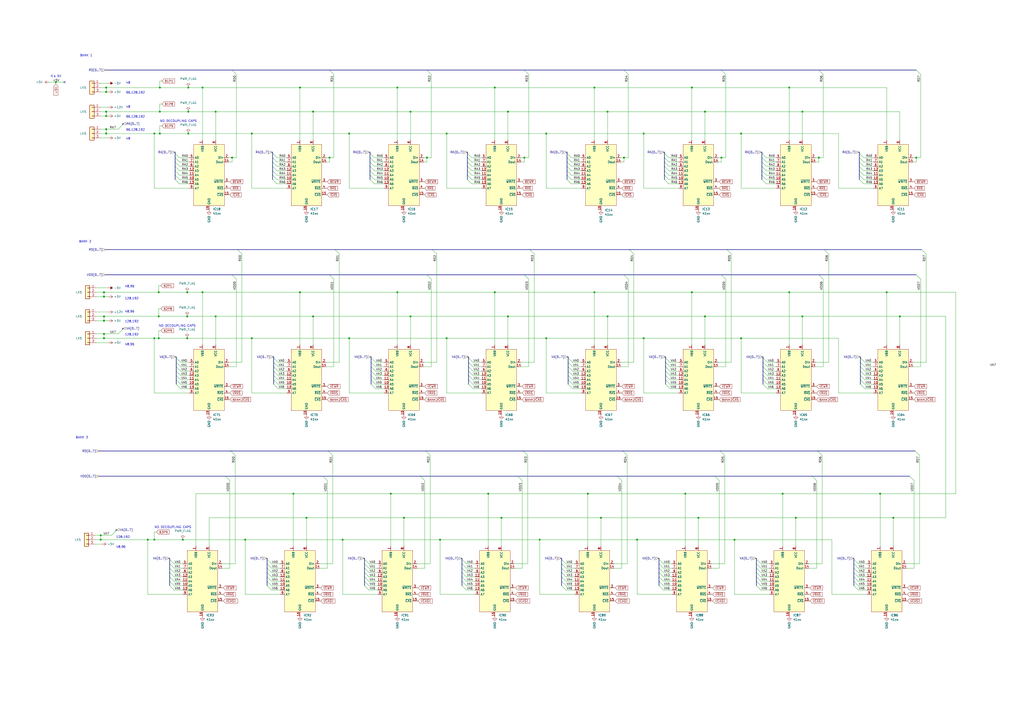
<source format=kicad_sch>
(kicad_sch (version 20230121) (generator eeschema)
  (paper "A2")
  (junction (at 429.895 196.215))
  (junction (at 109.22 64.77))
  (junction (at 238.125 64.77))
  (junction (at 108.585 196.215))
  (junction (at 401.32 50.8))
  (junction (at 352.425 183.515))
  (junction (at 92.71 64.77))
  (junction (at 369.57 313.055))
  (junction (at 89.535 313.055))
  (junction (at 230.505 50.8))
  (junction (at 177.8 300.355))
  (junction (at 316.865 196.215))
  (junction (at 60.325 169.545))
  (junction (at 92.075 169.545))
  (junction (at 259.08 196.215))
  (junction (at 510.54 286.385))
  (junction (at 202.565 77.47))
  (junction (at 247.65 91.44))
  (junction (at 173.99 50.8))
  (junction (at 61.595 74.93))
  (junction (at 457.835 50.8))
  (junction (at 514.35 169.545))
  (junction (at 344.805 169.545))
  (junction (at 85.725 313.055))
  (junction (at 352.425 64.77))
  (junction (at 401.32 169.545))
  (junction (at 92.71 50.8))
  (junction (at 348.615 300.355))
  (junction (at 373.38 77.47))
  (junction (at 457.835 169.545))
  (junction (at 125.095 183.515))
  (junction (at 92.075 196.215))
  (junction (at 465.455 183.515))
  (junction (at 518.16 300.355))
  (junction (at 146.05 77.47))
  (junction (at 61.595 53.34))
  (junction (at 238.125 183.515))
  (junction (at 181.61 64.77))
  (junction (at 465.455 64.77))
  (junction (at 181.61 183.515))
  (junction (at 61.595 67.31))
  (junction (at 474.98 91.44))
  (junction (at 344.805 50.8))
  (junction (at 61.595 77.47))
  (junction (at 89.535 196.215))
  (junction (at 304.165 91.44))
  (junction (at 230.505 169.545))
  (junction (at 340.995 286.385))
  (junction (at 60.325 183.515))
  (junction (at 109.22 50.8))
  (junction (at 287.02 169.545))
  (junction (at 418.465 91.44))
  (junction (at 259.08 77.47))
  (junction (at 109.22 77.47))
  (junction (at 61.595 50.8))
  (junction (at 397.51 286.385))
  (junction (at 226.695 286.385))
  (junction (at 202.565 196.215))
  (junction (at 117.475 50.8))
  (junction (at 426.085 313.055))
  (junction (at 134.62 91.44))
  (junction (at 92.71 77.47))
  (junction (at 454.025 286.385))
  (junction (at 60.325 193.675))
  (junction (at 255.27 313.055))
  (junction (at 61.595 64.77))
  (junction (at 89.535 77.47))
  (junction (at 361.95 91.44))
  (junction (at 170.18 286.385))
  (junction (at 108.585 183.515))
  (junction (at 373.38 196.215))
  (junction (at 146.05 196.215))
  (junction (at 92.075 183.515))
  (junction (at 191.135 91.44))
  (junction (at 108.585 169.545))
  (junction (at 198.755 313.055))
  (junction (at 290.83 300.355))
  (junction (at 142.24 313.055))
  (junction (at 521.97 183.515))
  (junction (at 125.095 64.77))
  (junction (at 106.045 313.055))
  (junction (at 316.865 77.47))
  (junction (at 408.94 183.515))
  (junction (at 58.42 310.515))
  (junction (at 461.645 300.355))
  (junction (at 408.94 64.77))
  (junction (at 405.13 300.355))
  (junction (at 117.475 169.545))
  (junction (at 60.325 186.055))
  (junction (at 313.055 313.055))
  (junction (at 287.02 50.8))
  (junction (at 58.42 313.055))
  (junction (at 32.385 47.625))
  (junction (at 531.495 91.44))
  (junction (at 173.99 169.545))
  (junction (at 60.325 196.215))
  (junction (at 429.895 77.47))
  (junction (at 234.315 300.355))
  (junction (at 294.64 64.77))
  (junction (at 60.325 172.085))
  (junction (at 294.64 183.515))
  (junction (at 283.21 286.385))
  (no_connect (at 37.465 47.625))
  (bus_entry (at 217.17 104.14) (size -2.54 -2.54))
  (bus_entry (at 387.985 99.06) (size -2.54 -2.54))
  (bus_entry (at 309.88 147.32) (size -2.54 -2.54))
  (bus_entry (at 328.295 337.185) (size -2.54 -2.54))
  (bus_entry (at 273.685 104.14) (size -2.54 -2.54))
  (bus_entry (at 196.85 147.32) (size -2.54 -2.54))
  (bus_entry (at 444.5 104.14) (size -2.54 -2.54))
  (bus_entry (at 273.685 99.06) (size -2.54 -2.54))
  (bus_entry (at 328.295 327.025) (size -2.54 -2.54))
  (bus_entry (at 270.51 329.565) (size -2.54 -2.54))
  (bus_entry (at 104.775 217.805) (size -2.54 -2.54))
  (bus_entry (at 140.335 147.32) (size -2.54 -2.54))
  (bus_entry (at 501.65 212.725) (size -2.54 -2.54))
  (bus_entry (at 331.47 99.06) (size -2.54 -2.54))
  (bus_entry (at 501.015 99.06) (size -2.54 -2.54))
  (bus_entry (at 421.005 161.925) (size -2.54 -2.54))
  (bus_entry (at 274.32 212.725) (size -2.54 -2.54))
  (bus_entry (at 384.81 337.185) (size -2.54 -2.54))
  (bus_entry (at 444.5 101.6) (size -2.54 -2.54))
  (bus_entry (at 445.135 220.345) (size -2.54 -2.54))
  (bus_entry (at 501.015 93.98) (size -2.54 -2.54))
  (bus_entry (at 161.29 225.425) (size -2.54 -2.54))
  (bus_entry (at 157.48 337.185) (size -2.54 -2.54))
  (bus_entry (at 217.17 91.44) (size -2.54 -2.54))
  (bus_entry (at 100.965 327.025) (size -2.54 -2.54))
  (bus_entry (at 384.81 342.265) (size -2.54 -2.54))
  (bus_entry (at 328.295 342.265) (size -2.54 -2.54))
  (bus_entry (at 441.325 332.105) (size -2.54 -2.54))
  (bus_entry (at 302.895 278.765) (size -2.54 -2.54))
  (bus_entry (at 332.105 217.805) (size -2.54 -2.54))
  (bus_entry (at 388.62 210.185) (size -2.54 -2.54))
  (bus_entry (at 331.47 96.52) (size -2.54 -2.54))
  (bus_entry (at 328.295 329.565) (size -2.54 -2.54))
  (bus_entry (at 160.655 104.14) (size -2.54 -2.54))
  (bus_entry (at 332.105 210.185) (size -2.54 -2.54))
  (bus_entry (at 444.5 106.68) (size -2.54 -2.54))
  (bus_entry (at 388.62 212.725) (size -2.54 -2.54))
  (bus_entry (at 160.655 93.98) (size -2.54 -2.54))
  (bus_entry (at 445.135 225.425) (size -2.54 -2.54))
  (bus_entry (at 384.81 329.565) (size -2.54 -2.54))
  (bus_entry (at 473.71 278.765) (size -2.54 -2.54))
  (bus_entry (at 104.775 210.185) (size -2.54 -2.54))
  (bus_entry (at 157.48 327.025) (size -2.54 -2.54))
  (bus_entry (at 161.29 210.185) (size -2.54 -2.54))
  (bus_entry (at 501.015 91.44) (size -2.54 -2.54))
  (bus_entry (at 217.17 93.98) (size -2.54 -2.54))
  (bus_entry (at 274.32 210.185) (size -2.54 -2.54))
  (bus_entry (at 246.38 278.765) (size -2.54 -2.54))
  (bus_entry (at 136.525 264.16) (size -2.54 -2.54))
  (bus_entry (at 306.07 264.16) (size -2.54 -2.54))
  (bus_entry (at 193.675 43.18) (size -2.54 -2.54))
  (bus_entry (at 441.325 337.185) (size -2.54 -2.54))
  (bus_entry (at 501.65 217.805) (size -2.54 -2.54))
  (bus_entry (at 444.5 96.52) (size -2.54 -2.54))
  (bus_entry (at 384.81 339.725) (size -2.54 -2.54))
  (bus_entry (at 331.47 106.68) (size -2.54 -2.54))
  (bus_entry (at 388.62 222.885) (size -2.54 -2.54))
  (bus_entry (at 160.655 106.68) (size -2.54 -2.54))
  (bus_entry (at 213.995 329.565) (size -2.54 -2.54))
  (bus_entry (at 137.16 161.925) (size -2.54 -2.54))
  (bus_entry (at 331.47 93.98) (size -2.54 -2.54))
  (bus_entry (at 217.805 212.725) (size -2.54 -2.54))
  (bus_entry (at 100.965 332.105) (size -2.54 -2.54))
  (bus_entry (at 104.775 215.265) (size -2.54 -2.54))
  (bus_entry (at 441.325 342.265) (size -2.54 -2.54))
  (bus_entry (at 441.325 334.645) (size -2.54 -2.54))
  (bus_entry (at 388.62 217.805) (size -2.54 -2.54))
  (bus_entry (at 137.16 43.18) (size -2.54 -2.54))
  (bus_entry (at 332.105 212.725) (size -2.54 -2.54))
  (bus_entry (at 68.58 74.93) (size 2.54 -2.54))
  (bus_entry (at 213.995 342.265) (size -2.54 -2.54))
  (bus_entry (at 217.805 215.265) (size -2.54 -2.54))
  (bus_entry (at 253.365 147.32) (size -2.54 -2.54))
  (bus_entry (at 270.51 342.265) (size -2.54 -2.54))
  (bus_entry (at 104.775 222.885) (size -2.54 -2.54))
  (bus_entry (at 332.105 225.425) (size -2.54 -2.54))
  (bus_entry (at 157.48 342.265) (size -2.54 -2.54))
  (bus_entry (at 217.17 96.52) (size -2.54 -2.54))
  (bus_entry (at 534.035 43.18) (size -2.54 -2.54))
  (bus_entry (at 160.655 91.44) (size -2.54 -2.54))
  (bus_entry (at 306.705 43.18) (size -2.54 -2.54))
  (bus_entry (at 306.705 161.925) (size -2.54 -2.54))
  (bus_entry (at 104.14 106.68) (size -2.54 -2.54))
  (bus_entry (at 160.655 99.06) (size -2.54 -2.54))
  (bus_entry (at 213.995 337.185) (size -2.54 -2.54))
  (bus_entry (at 387.985 96.52) (size -2.54 -2.54))
  (bus_entry (at 160.655 101.6) (size -2.54 -2.54))
  (bus_entry (at 501.015 106.68) (size -2.54 -2.54))
  (bus_entry (at 364.49 43.18) (size -2.54 -2.54))
  (bus_entry (at 363.855 264.16) (size -2.54 -2.54))
  (bus_entry (at 444.5 91.44) (size -2.54 -2.54))
  (bus_entry (at 501.015 101.6) (size -2.54 -2.54))
  (bus_entry (at 100.965 337.185) (size -2.54 -2.54))
  (bus_entry (at 104.14 96.52) (size -2.54 -2.54))
  (bus_entry (at 274.32 225.425) (size -2.54 -2.54))
  (bus_entry (at 161.29 222.885) (size -2.54 -2.54))
  (bus_entry (at 104.14 91.44) (size -2.54 -2.54))
  (bus_entry (at 100.965 339.725) (size -2.54 -2.54))
  (bus_entry (at 133.35 278.765) (size -2.54 -2.54))
  (bus_entry (at 497.84 342.265) (size -2.54 -2.54))
  (bus_entry (at 193.675 161.925) (size -2.54 -2.54))
  (bus_entry (at 161.29 220.345) (size -2.54 -2.54))
  (bus_entry (at 160.655 96.52) (size -2.54 -2.54))
  (bus_entry (at 445.135 222.885) (size -2.54 -2.54))
  (bus_entry (at 161.29 217.805) (size -2.54 -2.54))
  (bus_entry (at 420.37 264.16) (size -2.54 -2.54))
  (bus_entry (at 497.84 327.025) (size -2.54 -2.54))
  (bus_entry (at 249.555 264.16) (size -2.54 -2.54))
  (bus_entry (at 217.805 220.345) (size -2.54 -2.54))
  (bus_entry (at 270.51 327.025) (size -2.54 -2.54))
  (bus_entry (at 217.805 222.885) (size -2.54 -2.54))
  (bus_entry (at 477.52 43.18) (size -2.54 -2.54))
  (bus_entry (at 104.775 225.425) (size -2.54 -2.54))
  (bus_entry (at 273.685 96.52) (size -2.54 -2.54))
  (bus_entry (at 501.65 220.345) (size -2.54 -2.54))
  (bus_entry (at 497.84 339.725) (size -2.54 -2.54))
  (bus_entry (at 104.14 101.6) (size -2.54 -2.54))
  (bus_entry (at 421.005 43.18) (size -2.54 -2.54))
  (bus_entry (at 331.47 101.6) (size -2.54 -2.54))
  (bus_entry (at 157.48 339.725) (size -2.54 -2.54))
  (bus_entry (at 100.965 329.565) (size -2.54 -2.54))
  (bus_entry (at 250.19 161.925) (size -2.54 -2.54))
  (bus_entry (at 367.665 147.32) (size -2.54 -2.54))
  (bus_entry (at 217.17 99.06) (size -2.54 -2.54))
  (bus_entry (at 480.695 147.32) (size -2.54 -2.54))
  (bus_entry (at 497.84 329.565) (size -2.54 -2.54))
  (bus_entry (at 331.47 91.44) (size -2.54 -2.54))
  (bus_entry (at 161.29 212.725) (size -2.54 -2.54))
  (bus_entry (at 193.04 264.16) (size -2.54 -2.54))
  (bus_entry (at 424.18 147.32) (size -2.54 -2.54))
  (bus_entry (at 476.885 264.16) (size -2.54 -2.54))
  (bus_entry (at 497.84 337.185) (size -2.54 -2.54))
  (bus_entry (at 104.14 93.98) (size -2.54 -2.54))
  (bus_entry (at 441.325 329.565) (size -2.54 -2.54))
  (bus_entry (at 217.17 101.6) (size -2.54 -2.54))
  (bus_entry (at 332.105 215.265) (size -2.54 -2.54))
  (bus_entry (at 270.51 334.645) (size -2.54 -2.54))
  (bus_entry (at 530.225 278.765) (size -2.54 -2.54))
  (bus_entry (at 501.65 222.885) (size -2.54 -2.54))
  (bus_entry (at 331.47 104.14) (size -2.54 -2.54))
  (bus_entry (at 477.52 161.925) (size -2.54 -2.54))
  (bus_entry (at 417.195 278.765) (size -2.54 -2.54))
  (bus_entry (at 270.51 337.185) (size -2.54 -2.54))
  (bus_entry (at 360.68 278.765) (size -2.54 -2.54))
  (bus_entry (at 444.5 93.98) (size -2.54 -2.54))
  (bus_entry (at 388.62 220.345) (size -2.54 -2.54))
  (bus_entry (at 161.29 215.265) (size -2.54 -2.54))
  (bus_entry (at 64.77 310.515) (size 2.54 -2.54))
  (bus_entry (at 384.81 332.105) (size -2.54 -2.54))
  (bus_entry (at 384.81 327.025) (size -2.54 -2.54))
  (bus_entry (at 445.135 210.185) (size -2.54 -2.54))
  (bus_entry (at 445.135 215.265) (size -2.54 -2.54))
  (bus_entry (at 501.65 225.425) (size -2.54 -2.54))
  (bus_entry (at 534.035 161.925) (size -2.54 -2.54))
  (bus_entry (at 387.985 104.14) (size -2.54 -2.54))
  (bus_entry (at 189.865 278.765) (size -2.54 -2.54))
  (bus_entry (at 328.295 339.725) (size -2.54 -2.54))
  (bus_entry (at 213.995 339.725) (size -2.54 -2.54))
  (bus_entry (at 157.48 334.645) (size -2.54 -2.54))
  (bus_entry (at 501.65 215.265) (size -2.54 -2.54))
  (bus_entry (at 444.5 99.06) (size -2.54 -2.54))
  (bus_entry (at 68.58 193.675) (size 2.54 -2.54))
  (bus_entry (at 213.995 332.105) (size -2.54 -2.54))
  (bus_entry (at 274.32 217.805) (size -2.54 -2.54))
  (bus_entry (at 273.685 106.68) (size -2.54 -2.54))
  (bus_entry (at 104.775 220.345) (size -2.54 -2.54))
  (bus_entry (at 384.81 334.645) (size -2.54 -2.54))
  (bus_entry (at 104.14 99.06) (size -2.54 -2.54))
  (bus_entry (at 497.84 332.105) (size -2.54 -2.54))
  (bus_entry (at 332.105 222.885) (size -2.54 -2.54))
  (bus_entry (at 270.51 332.105) (size -2.54 -2.54))
  (bus_entry (at 387.985 93.98) (size -2.54 -2.54))
  (bus_entry (at 273.685 101.6) (size -2.54 -2.54))
  (bus_entry (at 157.48 332.105) (size -2.54 -2.54))
  (bus_entry (at 445.135 217.805) (size -2.54 -2.54))
  (bus_entry (at 273.685 93.98) (size -2.54 -2.54))
  (bus_entry (at 501.65 210.185) (size -2.54 -2.54))
  (bus_entry (at 250.19 43.18) (size -2.54 -2.54))
  (bus_entry (at 501.015 96.52) (size -2.54 -2.54))
  (bus_entry (at 100.965 334.645) (size -2.54 -2.54))
  (bus_entry (at 364.49 161.925) (size -2.54 -2.54))
  (bus_entry (at 441.325 327.025) (size -2.54 -2.54))
  (bus_entry (at 217.17 106.68) (size -2.54 -2.54))
  (bus_entry (at 100.965 342.265) (size -2.54 -2.54))
  (bus_entry (at 387.985 101.6) (size -2.54 -2.54))
  (bus_entry (at 388.62 215.265) (size -2.54 -2.54))
  (bus_entry (at 274.32 220.345) (size -2.54 -2.54))
  (bus_entry (at 387.985 106.68) (size -2.54 -2.54))
  (bus_entry (at 328.295 332.105) (size -2.54 -2.54))
  (bus_entry (at 533.4 264.16) (size -2.54 -2.54))
  (bus_entry (at 217.805 210.185) (size -2.54 -2.54))
  (bus_entry (at 213.995 327.025) (size -2.54 -2.54))
  (bus_entry (at 217.805 225.425) (size -2.54 -2.54))
  (bus_entry (at 104.775 212.725) (size -2.54 -2.54))
  (bus_entry (at 274.32 222.885) (size -2.54 -2.54))
  (bus_entry (at 441.325 339.725) (size -2.54 -2.54))
  (bus_entry (at 104.14 104.14) (size -2.54 -2.54))
  (bus_entry (at 213.995 334.645) (size -2.54 -2.54))
  (bus_entry (at 270.51 339.725) (size -2.54 -2.54))
  (bus_entry (at 501.015 104.14) (size -2.54 -2.54))
  (bus_entry (at 387.985 91.44) (size -2.54 -2.54))
  (bus_entry (at 332.105 220.345) (size -2.54 -2.54))
  (bus_entry (at 445.135 212.725) (size -2.54 -2.54))
  (bus_entry (at 537.21 147.32) (size -2.54 -2.54))
  (bus_entry (at 388.62 225.425) (size -2.54 -2.54))
  (bus_entry (at 497.84 334.645) (size -2.54 -2.54))
  (bus_entry (at 273.685 91.44) (size -2.54 -2.54))
  (bus_entry (at 217.805 217.805) (size -2.54 -2.54))
  (bus_entry (at 274.32 215.265) (size -2.54 -2.54))
  (bus_entry (at 157.48 329.565) (size -2.54 -2.54))
  (bus_entry (at 328.295 334.645) (size -2.54 -2.54))
  (wire (pts (xy 302.895 224.155) (xy 302.26 224.155)))
  (wire (pts (xy 92.075 183.515) (xy 108.585 183.515)))
  (wire (pts (xy 316.865 77.47) (xy 316.865 109.22)))
  (bus (pts (xy 478.155 144.78) (xy 534.67 144.78)))
  (wire (pts (xy 189.865 278.765) (xy 189.865 329.565)))
  (bus (pts (xy 102.235 210.185) (xy 102.235 212.725)))
  (wire (pts (xy 222.885 210.185) (xy 217.805 210.185)))
  (bus (pts (xy 102.235 207.645) (xy 102.235 210.185)))
  (wire (pts (xy 333.375 334.645) (xy 328.295 334.645)))
  (wire (pts (xy 92.71 50.8) (xy 109.22 50.8)))
  (wire (pts (xy 529.59 212.725) (xy 534.035 212.725)))
  (wire (pts (xy 465.455 183.515) (xy 465.455 200.025)))
  (wire (pts (xy 393.7 104.14) (xy 387.985 104.14)))
  (bus (pts (xy 211.455 327.025) (xy 211.455 329.565)))
  (bus (pts (xy 328.93 93.98) (xy 328.93 96.52)))
  (wire (pts (xy 133.35 278.765) (xy 133.35 329.565)))
  (bus (pts (xy 194.31 144.78) (xy 250.825 144.78)))
  (wire (pts (xy 389.89 342.265) (xy 384.81 342.265)))
  (wire (pts (xy 279.4 215.265) (xy 274.32 215.265)))
  (wire (pts (xy 416.56 212.725) (xy 421.005 212.725)))
  (wire (pts (xy 457.835 50.8) (xy 514.35 50.8)))
  (wire (pts (xy 429.895 196.215) (xy 486.41 196.215)))
  (wire (pts (xy 473.71 224.155) (xy 473.075 224.155)))
  (wire (pts (xy 230.505 169.545) (xy 287.02 169.545)))
  (bus (pts (xy 158.115 88.265) (xy 158.115 88.9)))
  (bus (pts (xy 498.475 99.06) (xy 498.475 101.6)))
  (wire (pts (xy 202.565 196.215) (xy 202.565 227.965)))
  (wire (pts (xy 230.505 169.545) (xy 230.505 200.025)))
  (wire (pts (xy 474.98 91.44) (xy 477.52 91.44)))
  (wire (pts (xy 92.075 196.215) (xy 108.585 196.215)))
  (wire (pts (xy 230.505 50.8) (xy 230.505 81.28)))
  (bus (pts (xy 441.96 96.52) (xy 441.96 99.06)))
  (wire (pts (xy 279.4 212.725) (xy 274.32 212.725)))
  (wire (pts (xy 418.465 91.44) (xy 421.005 91.44)))
  (wire (pts (xy 92.075 179.07) (xy 92.075 183.515)))
  (wire (pts (xy 405.13 300.355) (xy 405.13 316.865)))
  (bus (pts (xy 271.145 93.98) (xy 271.145 96.52)))
  (wire (pts (xy 393.7 227.965) (xy 373.38 227.965)))
  (bus (pts (xy 101.6 93.98) (xy 101.6 96.52)))
  (bus (pts (xy 325.755 334.645) (xy 325.755 337.185)))
  (wire (pts (xy 518.16 300.355) (xy 518.16 316.865)))
  (wire (pts (xy 219.075 334.645) (xy 213.995 334.645)))
  (bus (pts (xy 102.235 212.725) (xy 102.235 215.265)))
  (wire (pts (xy 337.185 220.345) (xy 332.105 220.345)))
  (wire (pts (xy 125.095 183.515) (xy 125.095 200.025)))
  (wire (pts (xy 469.9 344.805) (xy 469.265 344.805)))
  (bus (pts (xy 100.965 88.265) (xy 101.6 88.265)))
  (wire (pts (xy 222.885 225.425) (xy 217.805 225.425)))
  (wire (pts (xy 304.165 91.44) (xy 306.705 91.44)))
  (wire (pts (xy 193.675 161.925) (xy 193.675 212.725)))
  (wire (pts (xy 32.385 47.625) (xy 37.465 47.625)))
  (wire (pts (xy 474.98 93.98) (xy 474.98 91.44)))
  (bus (pts (xy 214.63 93.98) (xy 214.63 96.52)))
  (bus (pts (xy 158.75 207.01) (xy 158.75 207.645)))
  (wire (pts (xy 186.055 348.615) (xy 185.42 348.615)))
  (bus (pts (xy 382.27 329.565) (xy 382.27 332.105)))
  (wire (pts (xy 306.705 43.18) (xy 306.705 91.44)))
  (bus (pts (xy 158.115 91.44) (xy 158.115 93.98)))
  (wire (pts (xy 337.185 227.965) (xy 316.865 227.965)))
  (wire (pts (xy 219.075 339.725) (xy 213.995 339.725)))
  (wire (pts (xy 283.21 286.385) (xy 283.21 316.865)))
  (wire (pts (xy 121.285 300.355) (xy 121.285 316.865)))
  (bus (pts (xy 154.94 327.025) (xy 154.94 329.565)))
  (wire (pts (xy 166.37 93.98) (xy 160.655 93.98)))
  (wire (pts (xy 60.325 193.675) (xy 60.325 196.215)))
  (bus (pts (xy 386.08 212.725) (xy 386.08 215.265)))
  (wire (pts (xy 473.71 227.965) (xy 473.075 227.965)))
  (wire (pts (xy 133.35 109.22) (xy 132.715 109.22)))
  (bus (pts (xy 386.08 207.645) (xy 386.08 210.185)))
  (bus (pts (xy 382.27 324.485) (xy 382.27 327.025)))
  (wire (pts (xy 189.865 224.155) (xy 189.23 224.155)))
  (wire (pts (xy 506.73 93.98) (xy 501.015 93.98)))
  (bus (pts (xy 418.465 159.385) (xy 474.98 159.385)))
  (wire (pts (xy 89.535 308.61) (xy 89.535 313.055)))
  (bus (pts (xy 328.93 99.06) (xy 328.93 101.6)))
  (bus (pts (xy 271.78 217.805) (xy 271.78 220.345)))
  (wire (pts (xy 290.83 300.355) (xy 348.615 300.355)))
  (wire (pts (xy 554.355 286.385) (xy 510.54 286.385)))
  (wire (pts (xy 259.08 196.215) (xy 316.865 196.215)))
  (wire (pts (xy 397.51 286.385) (xy 397.51 316.865)))
  (wire (pts (xy 356.87 340.995) (xy 356.235 340.995)))
  (wire (pts (xy 60.325 193.675) (xy 68.58 193.675)))
  (bus (pts (xy 101.6 101.6) (xy 101.6 104.14)))
  (bus (pts (xy 154.305 323.85) (xy 154.94 323.85)))
  (wire (pts (xy 117.475 169.545) (xy 173.99 169.545)))
  (wire (pts (xy 89.535 313.055) (xy 106.045 313.055)))
  (bus (pts (xy 154.94 334.645) (xy 154.94 337.185)))
  (wire (pts (xy 60.325 172.085) (xy 62.865 172.085)))
  (wire (pts (xy 279.4 106.68) (xy 273.685 106.68)))
  (bus (pts (xy 329.565 207.645) (xy 329.565 210.185)))
  (wire (pts (xy 61.595 53.34) (xy 62.865 53.34)))
  (wire (pts (xy 275.59 337.185) (xy 270.51 337.185)))
  (bus (pts (xy 385.445 99.06) (xy 385.445 101.6)))
  (wire (pts (xy 401.32 50.8) (xy 457.835 50.8)))
  (bus (pts (xy 441.96 91.44) (xy 441.96 93.98)))
  (bus (pts (xy 325.755 337.185) (xy 325.755 339.725)))
  (wire (pts (xy 283.21 286.385) (xy 340.995 286.385)))
  (wire (pts (xy 534.035 161.925) (xy 534.035 212.725)))
  (bus (pts (xy 382.27 327.025) (xy 382.27 329.565)))
  (wire (pts (xy 510.54 286.385) (xy 510.54 316.865)))
  (wire (pts (xy 106.045 332.105) (xy 100.965 332.105)))
  (wire (pts (xy 302.895 113.03) (xy 302.26 113.03)))
  (wire (pts (xy 109.855 109.22) (xy 89.535 109.22)))
  (bus (pts (xy 271.145 91.44) (xy 271.145 93.98)))
  (wire (pts (xy 166.37 96.52) (xy 160.655 96.52)))
  (wire (pts (xy 275.59 327.025) (xy 270.51 327.025)))
  (bus (pts (xy 158.75 212.725) (xy 158.75 215.265)))
  (wire (pts (xy 189.865 105.41) (xy 189.23 105.41)))
  (wire (pts (xy 417.195 227.965) (xy 416.56 227.965)))
  (bus (pts (xy 438.785 324.485) (xy 438.785 327.025)))
  (wire (pts (xy 173.99 50.8) (xy 230.505 50.8)))
  (wire (pts (xy 473.71 231.775) (xy 473.075 231.775)))
  (wire (pts (xy 337.185 101.6) (xy 331.47 101.6)))
  (bus (pts (xy 158.115 101.6) (xy 158.115 104.14)))
  (bus (pts (xy 214.63 96.52) (xy 214.63 99.06)))
  (wire (pts (xy 255.27 313.055) (xy 313.055 313.055)))
  (wire (pts (xy 389.89 337.185) (xy 384.81 337.185)))
  (wire (pts (xy 393.7 106.68) (xy 387.985 106.68)))
  (wire (pts (xy 313.055 313.055) (xy 369.57 313.055)))
  (wire (pts (xy 369.57 313.055) (xy 426.085 313.055)))
  (wire (pts (xy 92.71 64.77) (xy 109.22 64.77)))
  (bus (pts (xy 130.81 276.225) (xy 187.325 276.225)))
  (wire (pts (xy 113.665 286.385) (xy 113.665 316.865)))
  (bus (pts (xy 438.785 332.105) (xy 438.785 334.645)))
  (wire (pts (xy 525.78 329.565) (xy 530.225 329.565)))
  (bus (pts (xy 328.93 91.44) (xy 328.93 93.98)))
  (wire (pts (xy 173.99 50.8) (xy 173.99 81.28)))
  (bus (pts (xy 384.81 88.265) (xy 385.445 88.265)))
  (wire (pts (xy 242.57 344.805) (xy 241.935 344.805)))
  (wire (pts (xy 506.73 210.185) (xy 501.65 210.185)))
  (wire (pts (xy 106.045 334.645) (xy 100.965 334.645)))
  (wire (pts (xy 356.235 329.565) (xy 360.68 329.565)))
  (wire (pts (xy 446.405 329.565) (xy 441.325 329.565)))
  (wire (pts (xy 185.42 327.025) (xy 193.04 327.025)))
  (wire (pts (xy 533.4 327.025) (xy 533.4 264.16)))
  (wire (pts (xy 60.325 183.515) (xy 92.075 183.515)))
  (wire (pts (xy 246.38 105.41) (xy 245.745 105.41)))
  (bus (pts (xy 441.96 88.9) (xy 441.96 91.44)))
  (wire (pts (xy 140.335 210.185) (xy 140.335 147.32)))
  (wire (pts (xy 506.73 104.14) (xy 501.015 104.14)))
  (wire (pts (xy 294.64 64.77) (xy 294.64 81.28)))
  (bus (pts (xy 158.75 210.185) (xy 158.75 212.725)))
  (bus (pts (xy 71.755 71.755) (xy 71.12 71.755)))
  (bus (pts (xy 303.53 261.62) (xy 361.315 261.62)))
  (bus (pts (xy 304.165 40.64) (xy 361.95 40.64)))
  (wire (pts (xy 275.59 334.645) (xy 270.51 334.645)))
  (wire (pts (xy 189.23 91.44) (xy 191.135 91.44)))
  (wire (pts (xy 340.995 286.385) (xy 397.51 286.385)))
  (wire (pts (xy 450.215 109.22) (xy 429.895 109.22)))
  (wire (pts (xy 290.83 300.355) (xy 290.83 316.865)))
  (bus (pts (xy 442.595 207.645) (xy 442.595 210.185)))
  (bus (pts (xy 247.015 261.62) (xy 303.53 261.62)))
  (wire (pts (xy 238.125 64.77) (xy 294.64 64.77)))
  (bus (pts (xy 386.08 220.345) (xy 386.08 222.885)))
  (wire (pts (xy 454.025 286.385) (xy 510.54 286.385)))
  (wire (pts (xy 85.725 313.055) (xy 85.725 344.805)))
  (wire (pts (xy 222.885 227.965) (xy 202.565 227.965)))
  (wire (pts (xy 250.19 161.925) (xy 250.19 212.725)))
  (wire (pts (xy 298.45 327.025) (xy 306.07 327.025)))
  (bus (pts (xy 300.355 276.225) (xy 358.14 276.225)))
  (bus (pts (xy 361.315 261.62) (xy 417.83 261.62)))
  (wire (pts (xy 58.42 67.31) (xy 61.595 67.31)))
  (wire (pts (xy 473.075 91.44) (xy 474.98 91.44)))
  (wire (pts (xy 181.61 183.515) (xy 238.125 183.515)))
  (wire (pts (xy 162.56 334.645) (xy 157.48 334.645)))
  (wire (pts (xy 477.52 161.925) (xy 477.52 212.725)))
  (wire (pts (xy 502.92 329.565) (xy 497.84 329.565)))
  (wire (pts (xy 279.4 210.185) (xy 274.32 210.185)))
  (wire (pts (xy 521.97 64.77) (xy 521.97 81.28)))
  (wire (pts (xy 109.855 225.425) (xy 104.775 225.425)))
  (wire (pts (xy 238.125 64.77) (xy 238.125 81.28)))
  (bus (pts (xy 271.145 88.265) (xy 271.145 88.9)))
  (bus (pts (xy 328.93 88.265) (xy 328.93 88.9)))
  (wire (pts (xy 450.215 212.725) (xy 445.135 212.725)))
  (wire (pts (xy 337.185 222.885) (xy 332.105 222.885)))
  (bus (pts (xy 154.94 337.185) (xy 154.94 339.725)))
  (wire (pts (xy 506.73 101.6) (xy 501.015 101.6)))
  (wire (pts (xy 393.7 212.725) (xy 388.62 212.725)))
  (bus (pts (xy 215.265 212.725) (xy 215.265 215.265)))
  (wire (pts (xy 408.94 183.515) (xy 465.455 183.515)))
  (wire (pts (xy 364.49 43.18) (xy 364.49 91.44)))
  (wire (pts (xy 93.345 165.735) (xy 92.075 165.735)))
  (wire (pts (xy 502.92 332.105) (xy 497.84 332.105)))
  (wire (pts (xy 530.225 109.22) (xy 529.59 109.22)))
  (wire (pts (xy 502.92 327.025) (xy 497.84 327.025)))
  (bus (pts (xy 361.95 40.64) (xy 418.465 40.64)))
  (bus (pts (xy 441.325 88.265) (xy 441.96 88.265)))
  (wire (pts (xy 166.37 91.44) (xy 160.655 91.44)))
  (wire (pts (xy 222.885 91.44) (xy 217.17 91.44)))
  (bus (pts (xy 498.475 88.265) (xy 498.475 88.9)))
  (wire (pts (xy 133.35 105.41) (xy 132.715 105.41)))
  (wire (pts (xy 465.455 64.77) (xy 521.97 64.77)))
  (wire (pts (xy 393.7 210.185) (xy 388.62 210.185)))
  (wire (pts (xy 408.94 64.77) (xy 408.94 81.28)))
  (wire (pts (xy 450.215 101.6) (xy 444.5 101.6)))
  (wire (pts (xy 393.7 93.98) (xy 387.985 93.98)))
  (wire (pts (xy 189.865 109.22) (xy 189.23 109.22)))
  (wire (pts (xy 60.325 169.545) (xy 92.075 169.545)))
  (wire (pts (xy 146.05 77.47) (xy 146.05 109.22)))
  (wire (pts (xy 162.56 342.265) (xy 157.48 342.265)))
  (wire (pts (xy 275.59 329.565) (xy 270.51 329.565)))
  (wire (pts (xy 241.935 329.565) (xy 246.38 329.565)))
  (wire (pts (xy 132.715 91.44) (xy 134.62 91.44)))
  (wire (pts (xy 198.755 313.055) (xy 255.27 313.055)))
  (wire (pts (xy 337.185 93.98) (xy 331.47 93.98)))
  (wire (pts (xy 316.865 77.47) (xy 373.38 77.47)))
  (wire (pts (xy 142.24 313.055) (xy 142.24 344.805)))
  (wire (pts (xy 373.38 196.215) (xy 429.895 196.215)))
  (wire (pts (xy 189.865 113.03) (xy 189.23 113.03)))
  (wire (pts (xy 450.215 99.06) (xy 444.5 99.06)))
  (bus (pts (xy 158.75 215.265) (xy 158.75 217.805)))
  (wire (pts (xy 408.94 183.515) (xy 408.94 200.025)))
  (wire (pts (xy 360.68 278.765) (xy 360.68 329.565)))
  (wire (pts (xy 85.725 313.055) (xy 89.535 313.055)))
  (wire (pts (xy 58.42 310.515) (xy 64.77 310.515)))
  (wire (pts (xy 128.905 327.025) (xy 136.525 327.025)))
  (wire (pts (xy 360.045 212.725) (xy 364.49 212.725)))
  (wire (pts (xy 416.56 210.185) (xy 424.18 210.185)))
  (bus (pts (xy 498.475 207.01) (xy 499.11 207.01)))
  (wire (pts (xy 137.16 43.18) (xy 137.16 91.44)))
  (wire (pts (xy 109.855 101.6) (xy 104.14 101.6)))
  (bus (pts (xy 215.265 207.01) (xy 215.265 207.645)))
  (wire (pts (xy 238.125 183.515) (xy 294.64 183.515)))
  (wire (pts (xy 364.49 161.925) (xy 364.49 212.725)))
  (wire (pts (xy 133.35 231.775) (xy 132.715 231.775)))
  (wire (pts (xy 279.4 96.52) (xy 273.685 96.52)))
  (bus (pts (xy 495.3 327.025) (xy 495.3 329.565)))
  (wire (pts (xy 417.195 278.765) (xy 417.195 329.565)))
  (bus (pts (xy 211.455 337.185) (xy 211.455 339.725)))
  (wire (pts (xy 246.38 227.965) (xy 245.745 227.965)))
  (wire (pts (xy 360.045 210.185) (xy 367.665 210.185)))
  (wire (pts (xy 408.94 64.77) (xy 465.455 64.77)))
  (wire (pts (xy 181.61 64.77) (xy 181.61 81.28)))
  (wire (pts (xy 526.415 344.805) (xy 525.78 344.805)))
  (wire (pts (xy 222.885 101.6) (xy 217.17 101.6)))
  (bus (pts (xy 329.565 210.185) (xy 329.565 212.725)))
  (bus (pts (xy 267.97 337.185) (xy 267.97 339.725)))
  (wire (pts (xy 313.055 313.055) (xy 313.055 344.805)))
  (wire (pts (xy 518.16 300.355) (xy 548.64 300.355)))
  (wire (pts (xy 457.835 169.545) (xy 514.35 169.545)))
  (wire (pts (xy 465.455 64.77) (xy 465.455 81.28)))
  (bus (pts (xy 442.595 210.185) (xy 442.595 212.725)))
  (wire (pts (xy 360.045 91.44) (xy 361.95 91.44)))
  (wire (pts (xy 106.045 329.565) (xy 100.965 329.565)))
  (wire (pts (xy 109.855 220.345) (xy 104.775 220.345)))
  (wire (pts (xy 340.995 286.385) (xy 340.995 316.865)))
  (wire (pts (xy 275.59 339.725) (xy 270.51 339.725)))
  (wire (pts (xy 133.35 113.03) (xy 132.715 113.03)))
  (wire (pts (xy 55.88 198.755) (xy 62.865 198.755)))
  (wire (pts (xy 502.92 337.185) (xy 497.84 337.185)))
  (wire (pts (xy 245.745 91.44) (xy 247.65 91.44)))
  (wire (pts (xy 424.18 210.185) (xy 424.18 147.32)))
  (bus (pts (xy 271.78 210.185) (xy 271.78 212.725)))
  (bus (pts (xy 385.445 96.52) (xy 385.445 99.06)))
  (wire (pts (xy 450.215 227.965) (xy 429.895 227.965)))
  (wire (pts (xy 109.855 222.885) (xy 104.775 222.885)))
  (bus (pts (xy 499.11 220.345) (xy 499.11 222.885)))
  (wire (pts (xy 502.92 334.645) (xy 497.84 334.645)))
  (wire (pts (xy 412.75 327.025) (xy 420.37 327.025)))
  (wire (pts (xy 58.42 310.515) (xy 58.42 313.055)))
  (wire (pts (xy 162.56 332.105) (xy 157.48 332.105)))
  (bus (pts (xy 67.945 307.34) (xy 67.31 307.34)))
  (wire (pts (xy 420.37 327.025) (xy 420.37 264.16)))
  (bus (pts (xy 438.785 329.565) (xy 438.785 332.105)))
  (wire (pts (xy 306.705 161.925) (xy 306.705 212.725)))
  (bus (pts (xy 158.115 96.52) (xy 158.115 99.06)))
  (wire (pts (xy 482.6 313.055) (xy 482.6 344.805)))
  (wire (pts (xy 302.26 91.44) (xy 304.165 91.44)))
  (wire (pts (xy 222.885 212.725) (xy 217.805 212.725)))
  (bus (pts (xy 211.455 323.85) (xy 211.455 324.485)))
  (bus (pts (xy 498.475 101.6) (xy 498.475 104.14)))
  (bus (pts (xy 417.83 261.62) (xy 474.345 261.62)))
  (wire (pts (xy 299.085 344.805) (xy 298.45 344.805)))
  (bus (pts (xy 499.11 215.265) (xy 499.11 217.805)))
  (wire (pts (xy 230.505 50.8) (xy 287.02 50.8)))
  (wire (pts (xy 219.075 337.185) (xy 213.995 337.185)))
  (wire (pts (xy 89.535 308.61) (xy 90.805 308.61)))
  (wire (pts (xy 526.415 348.615) (xy 525.78 348.615)))
  (bus (pts (xy 60.96 159.385) (xy 134.62 159.385)))
  (bus (pts (xy 441.96 99.06) (xy 441.96 101.6)))
  (wire (pts (xy 219.075 327.025) (xy 213.995 327.025)))
  (bus (pts (xy 271.145 101.6) (xy 271.145 104.14)))
  (wire (pts (xy 92.71 73.025) (xy 93.98 73.025)))
  (wire (pts (xy 108.585 183.515) (xy 125.095 183.515)))
  (wire (pts (xy 348.615 300.355) (xy 348.615 316.865)))
  (wire (pts (xy 61.595 74.93) (xy 68.58 74.93)))
  (wire (pts (xy 166.37 225.425) (xy 161.29 225.425)))
  (bus (pts (xy 385.445 91.44) (xy 385.445 93.98)))
  (bus (pts (xy 102.235 217.805) (xy 102.235 220.345)))
  (wire (pts (xy 450.215 220.345) (xy 445.135 220.345)))
  (bus (pts (xy 382.27 323.85) (xy 382.27 324.485)))
  (bus (pts (xy 438.785 337.185) (xy 438.785 339.725)))
  (bus (pts (xy 495.3 324.485) (xy 495.3 327.025)))
  (wire (pts (xy 222.885 104.14) (xy 217.17 104.14)))
  (wire (pts (xy 299.085 348.615) (xy 298.45 348.615)))
  (bus (pts (xy 137.795 144.78) (xy 194.31 144.78)))
  (wire (pts (xy 401.32 169.545) (xy 457.835 169.545)))
  (wire (pts (xy 514.35 169.545) (xy 554.355 169.545)))
  (bus (pts (xy 267.97 334.645) (xy 267.97 337.185)))
  (bus (pts (xy 97.79 323.85) (xy 98.425 323.85)))
  (wire (pts (xy 55.88 193.675) (xy 60.325 193.675)))
  (wire (pts (xy 413.385 348.615) (xy 412.75 348.615)))
  (wire (pts (xy 136.525 327.025) (xy 136.525 264.16)))
  (wire (pts (xy 473.075 212.725) (xy 477.52 212.725)))
  (wire (pts (xy 454.025 286.385) (xy 454.025 316.865)))
  (bus (pts (xy 57.15 276.225) (xy 130.81 276.225)))
  (bus (pts (xy 71.755 190.5) (xy 71.12 190.5)))
  (bus (pts (xy 102.235 220.345) (xy 102.235 222.885)))
  (wire (pts (xy 429.895 77.47) (xy 429.895 109.22)))
  (wire (pts (xy 246.38 109.22) (xy 245.745 109.22)))
  (bus (pts (xy 158.115 207.01) (xy 158.75 207.01)))
  (bus (pts (xy 438.785 334.645) (xy 438.785 337.185)))
  (wire (pts (xy 247.65 93.98) (xy 247.65 91.44)))
  (wire (pts (xy 55.88 183.515) (xy 60.325 183.515)))
  (wire (pts (xy 61.595 77.47) (xy 89.535 77.47)))
  (bus (pts (xy 271.145 99.06) (xy 271.145 101.6)))
  (wire (pts (xy 457.835 169.545) (xy 457.835 200.025)))
  (bus (pts (xy 307.34 144.78) (xy 365.125 144.78)))
  (wire (pts (xy 61.595 74.93) (xy 61.595 77.47)))
  (wire (pts (xy 61.595 50.8) (xy 61.595 53.34)))
  (wire (pts (xy 89.535 77.47) (xy 92.71 77.47)))
  (wire (pts (xy 298.45 329.565) (xy 302.895 329.565)))
  (wire (pts (xy 146.05 77.47) (xy 202.565 77.47)))
  (wire (pts (xy 361.95 93.98) (xy 361.95 91.44)))
  (bus (pts (xy 215.265 210.185) (xy 215.265 212.725)))
  (wire (pts (xy 109.855 215.265) (xy 104.775 215.265)))
  (wire (pts (xy 222.885 222.885) (xy 217.805 222.885)))
  (wire (pts (xy 170.18 286.385) (xy 226.695 286.385)))
  (wire (pts (xy 373.38 196.215) (xy 373.38 227.965)))
  (wire (pts (xy 259.08 77.47) (xy 259.08 109.22)))
  (wire (pts (xy 61.595 64.77) (xy 61.595 67.31)))
  (wire (pts (xy 413.385 340.995) (xy 412.75 340.995)))
  (wire (pts (xy 348.615 300.355) (xy 405.13 300.355)))
  (wire (pts (xy 125.095 183.515) (xy 181.61 183.515)))
  (bus (pts (xy 385.445 88.9) (xy 385.445 91.44)))
  (wire (pts (xy 393.7 109.22) (xy 373.38 109.22)))
  (bus (pts (xy 474.98 40.64) (xy 531.495 40.64)))
  (bus (pts (xy 191.135 159.385) (xy 247.65 159.385)))
  (wire (pts (xy 506.73 227.965) (xy 486.41 227.965)))
  (bus (pts (xy 382.27 337.185) (xy 382.27 339.725)))
  (wire (pts (xy 502.92 342.265) (xy 497.84 342.265)))
  (wire (pts (xy 55.88 169.545) (xy 60.325 169.545)))
  (bus (pts (xy 381.635 323.85) (xy 382.27 323.85)))
  (wire (pts (xy 191.135 91.44) (xy 193.675 91.44)))
  (wire (pts (xy 55.88 172.085) (xy 60.325 172.085)))
  (wire (pts (xy 473.71 109.22) (xy 473.075 109.22)))
  (bus (pts (xy 271.145 88.9) (xy 271.145 91.44)))
  (wire (pts (xy 28.575 47.625) (xy 32.385 47.625)))
  (wire (pts (xy 344.805 50.8) (xy 401.32 50.8)))
  (bus (pts (xy 67.31 307.34) (xy 67.31 307.975)))
  (bus (pts (xy 101.6 88.265) (xy 101.6 88.9)))
  (wire (pts (xy 304.165 93.98) (xy 304.165 91.44)))
  (wire (pts (xy 514.35 169.545) (xy 514.35 200.025)))
  (wire (pts (xy 181.61 64.77) (xy 238.125 64.77)))
  (bus (pts (xy 214.63 101.6) (xy 214.63 104.14)))
  (wire (pts (xy 446.405 327.025) (xy 441.325 327.025)))
  (wire (pts (xy 109.22 50.8) (xy 117.475 50.8)))
  (wire (pts (xy 446.405 334.645) (xy 441.325 334.645)))
  (wire (pts (xy 55.245 315.595) (xy 59.055 315.595)))
  (wire (pts (xy 222.885 215.265) (xy 217.805 215.265)))
  (bus (pts (xy 385.445 88.265) (xy 385.445 88.9)))
  (wire (pts (xy 279.4 91.44) (xy 273.685 91.44)))
  (bus (pts (xy 499.11 210.185) (xy 499.11 212.725)))
  (wire (pts (xy 360.68 109.22) (xy 360.045 109.22)))
  (bus (pts (xy 498.475 91.44) (xy 498.475 93.98)))
  (wire (pts (xy 302.895 231.775) (xy 302.26 231.775)))
  (wire (pts (xy 189.23 93.98) (xy 191.135 93.98)))
  (wire (pts (xy 185.42 329.565) (xy 189.865 329.565)))
  (wire (pts (xy 181.61 183.515) (xy 181.61 200.025)))
  (bus (pts (xy 267.97 323.85) (xy 267.97 324.485)))
  (wire (pts (xy 530.225 231.775) (xy 529.59 231.775)))
  (wire (pts (xy 393.7 225.425) (xy 388.62 225.425)))
  (wire (pts (xy 530.225 227.965) (xy 529.59 227.965)))
  (bus (pts (xy 158.75 220.345) (xy 158.75 222.885)))
  (wire (pts (xy 166.37 217.805) (xy 161.29 217.805)))
  (wire (pts (xy 337.185 210.185) (xy 332.105 210.185)))
  (wire (pts (xy 106.045 313.055) (xy 142.24 313.055)))
  (wire (pts (xy 446.405 332.105) (xy 441.325 332.105)))
  (wire (pts (xy 461.645 300.355) (xy 518.16 300.355)))
  (bus (pts (xy 385.445 93.98) (xy 385.445 96.52)))
  (wire (pts (xy 177.8 300.355) (xy 234.315 300.355)))
  (wire (pts (xy 191.135 93.98) (xy 191.135 91.44)))
  (wire (pts (xy 302.26 210.185) (xy 309.88 210.185)))
  (bus (pts (xy 498.475 93.98) (xy 498.475 96.52)))
  (wire (pts (xy 393.7 222.885) (xy 388.62 222.885)))
  (wire (pts (xy 506.73 99.06) (xy 501.015 99.06)))
  (wire (pts (xy 162.56 339.725) (xy 157.48 339.725)))
  (wire (pts (xy 108.585 169.545) (xy 117.475 169.545)))
  (wire (pts (xy 55.88 186.055) (xy 60.325 186.055)))
  (wire (pts (xy 129.54 344.805) (xy 128.905 344.805)))
  (wire (pts (xy 393.7 91.44) (xy 387.985 91.44)))
  (bus (pts (xy 213.995 88.265) (xy 214.63 88.265)))
  (wire (pts (xy 413.385 344.805) (xy 412.75 344.805)))
  (bus (pts (xy 441.96 207.01) (xy 442.595 207.01)))
  (wire (pts (xy 92.71 73.025) (xy 92.71 77.47)))
  (wire (pts (xy 55.245 313.055) (xy 58.42 313.055)))
  (wire (pts (xy 486.41 77.47) (xy 486.41 109.22)))
  (wire (pts (xy 506.73 222.885) (xy 501.65 222.885)))
  (bus (pts (xy 304.165 159.385) (xy 361.95 159.385)))
  (bus (pts (xy 386.08 207.01) (xy 386.08 207.645)))
  (bus (pts (xy 382.27 334.645) (xy 382.27 337.185)))
  (wire (pts (xy 421.005 161.925) (xy 421.005 212.725)))
  (bus (pts (xy 267.97 327.025) (xy 267.97 329.565)))
  (bus (pts (xy 154.94 323.85) (xy 154.94 324.485)))
  (wire (pts (xy 506.73 212.725) (xy 501.65 212.725)))
  (bus (pts (xy 271.78 212.725) (xy 271.78 215.265)))
  (wire (pts (xy 173.99 169.545) (xy 173.99 200.025)))
  (wire (pts (xy 166.37 109.22) (xy 146.05 109.22)))
  (wire (pts (xy 129.54 340.995) (xy 128.905 340.995)))
  (wire (pts (xy 238.125 183.515) (xy 238.125 200.025)))
  (wire (pts (xy 109.855 91.44) (xy 104.14 91.44)))
  (bus (pts (xy 98.425 324.485) (xy 98.425 327.025)))
  (wire (pts (xy 514.35 50.8) (xy 514.35 81.28)))
  (wire (pts (xy 166.37 222.885) (xy 161.29 222.885)))
  (wire (pts (xy 389.89 327.025) (xy 384.81 327.025)))
  (wire (pts (xy 106.045 327.025) (xy 100.965 327.025)))
  (wire (pts (xy 162.56 327.025) (xy 157.48 327.025)))
  (wire (pts (xy 393.7 215.265) (xy 388.62 215.265)))
  (bus (pts (xy 385.445 101.6) (xy 385.445 104.14)))
  (bus (pts (xy 267.97 329.565) (xy 267.97 332.105)))
  (wire (pts (xy 106.045 339.725) (xy 100.965 339.725)))
  (wire (pts (xy 530.225 278.765) (xy 530.225 329.565)))
  (wire (pts (xy 246.38 113.03) (xy 245.745 113.03)))
  (wire (pts (xy 473.71 105.41) (xy 473.075 105.41)))
  (wire (pts (xy 526.415 340.995) (xy 525.78 340.995)))
  (wire (pts (xy 279.4 225.425) (xy 274.32 225.425)))
  (wire (pts (xy 89.535 196.215) (xy 92.075 196.215)))
  (bus (pts (xy 157.48 88.265) (xy 158.115 88.265)))
  (bus (pts (xy 328.295 88.265) (xy 328.93 88.265)))
  (wire (pts (xy 337.185 217.805) (xy 332.105 217.805)))
  (bus (pts (xy 214.63 91.44) (xy 214.63 93.98)))
  (wire (pts (xy 117.475 169.545) (xy 117.475 200.025)))
  (wire (pts (xy 92.075 169.545) (xy 108.585 169.545)))
  (wire (pts (xy 486.41 196.215) (xy 486.41 227.965)))
  (bus (pts (xy 215.265 207.645) (xy 215.265 210.185)))
  (wire (pts (xy 202.565 196.215) (xy 259.08 196.215)))
  (wire (pts (xy 450.215 106.68) (xy 444.5 106.68)))
  (wire (pts (xy 58.42 80.01) (xy 62.865 80.01)))
  (bus (pts (xy 328.93 96.52) (xy 328.93 99.06)))
  (wire (pts (xy 333.375 337.185) (xy 328.295 337.185)))
  (wire (pts (xy 173.99 169.545) (xy 230.505 169.545)))
  (wire (pts (xy 333.375 339.725) (xy 328.295 339.725)))
  (wire (pts (xy 302.895 109.22) (xy 302.26 109.22)))
  (wire (pts (xy 473.71 113.03) (xy 473.075 113.03)))
  (bus (pts (xy 134.62 159.385) (xy 191.135 159.385)))
  (wire (pts (xy 189.865 231.775) (xy 189.23 231.775)))
  (wire (pts (xy 302.895 227.965) (xy 302.26 227.965)))
  (bus (pts (xy 214.63 99.06) (xy 214.63 101.6)))
  (wire (pts (xy 373.38 77.47) (xy 429.895 77.47)))
  (wire (pts (xy 234.315 300.355) (xy 234.315 316.865)))
  (wire (pts (xy 360.68 227.965) (xy 360.045 227.965)))
  (wire (pts (xy 93.98 46.99) (xy 92.71 46.99)))
  (wire (pts (xy 506.73 225.425) (xy 501.65 225.425)))
  (wire (pts (xy 333.375 332.105) (xy 328.295 332.105)))
  (bus (pts (xy 271.78 220.345) (xy 271.78 222.885)))
  (bus (pts (xy 442.595 220.345) (xy 442.595 222.885)))
  (bus (pts (xy 158.75 207.645) (xy 158.75 210.185)))
  (wire (pts (xy 337.185 99.06) (xy 331.47 99.06)))
  (wire (pts (xy 506.73 106.68) (xy 501.015 106.68)))
  (bus (pts (xy 98.425 323.85) (xy 98.425 324.485)))
  (bus (pts (xy 101.6 88.9) (xy 101.6 91.44)))
  (bus (pts (xy 98.425 329.565) (xy 98.425 332.105)))
  (wire (pts (xy 417.195 113.03) (xy 416.56 113.03)))
  (wire (pts (xy 196.85 210.185) (xy 196.85 147.32)))
  (bus (pts (xy 495.3 337.185) (xy 495.3 339.725)))
  (wire (pts (xy 222.885 99.06) (xy 217.17 99.06)))
  (wire (pts (xy 389.89 344.805) (xy 369.57 344.805)))
  (wire (pts (xy 222.885 93.98) (xy 217.17 93.98)))
  (wire (pts (xy 117.475 50.8) (xy 173.99 50.8)))
  (bus (pts (xy 421.64 144.78) (xy 478.155 144.78)))
  (bus (pts (xy 211.455 334.645) (xy 211.455 337.185)))
  (bus (pts (xy 474.345 261.62) (xy 530.86 261.62)))
  (wire (pts (xy 106.045 344.805) (xy 85.725 344.805)))
  (wire (pts (xy 361.95 91.44) (xy 364.49 91.44)))
  (wire (pts (xy 450.215 91.44) (xy 444.5 91.44)))
  (bus (pts (xy 214.63 88.265) (xy 214.63 88.9)))
  (wire (pts (xy 109.855 93.98) (xy 104.14 93.98)))
  (bus (pts (xy 386.08 210.185) (xy 386.08 212.725)))
  (wire (pts (xy 55.88 196.215) (xy 60.325 196.215)))
  (wire (pts (xy 61.595 67.31) (xy 62.865 67.31)))
  (wire (pts (xy 219.075 344.805) (xy 198.755 344.805)))
  (wire (pts (xy 393.7 101.6) (xy 387.985 101.6)))
  (wire (pts (xy 61.595 64.77) (xy 92.71 64.77)))
  (wire (pts (xy 146.05 196.215) (xy 146.05 227.965)))
  (wire (pts (xy 275.59 344.805) (xy 255.27 344.805)))
  (wire (pts (xy 177.8 300.355) (xy 177.8 316.865)))
  (wire (pts (xy 537.21 210.185) (xy 537.21 147.32)))
  (wire (pts (xy 356.87 348.615) (xy 356.235 348.615)))
  (wire (pts (xy 287.02 50.8) (xy 287.02 81.28)))
  (wire (pts (xy 446.405 339.725) (xy 441.325 339.725)))
  (wire (pts (xy 337.185 106.68) (xy 331.47 106.68)))
  (wire (pts (xy 109.855 212.725) (xy 104.775 212.725)))
  (bus (pts (xy 386.08 217.805) (xy 386.08 220.345)))
  (wire (pts (xy 166.37 215.265) (xy 161.29 215.265)))
  (wire (pts (xy 344.805 50.8) (xy 344.805 81.28)))
  (wire (pts (xy 352.425 183.515) (xy 408.94 183.515)))
  (wire (pts (xy 58.42 62.23) (xy 62.865 62.23)))
  (bus (pts (xy 57.15 261.62) (xy 133.985 261.62)))
  (bus (pts (xy 247.65 40.64) (xy 304.165 40.64)))
  (wire (pts (xy 166.37 99.06) (xy 160.655 99.06)))
  (wire (pts (xy 222.885 106.68) (xy 217.17 106.68)))
  (wire (pts (xy 401.32 169.545) (xy 401.32 200.025)))
  (bus (pts (xy 325.755 329.565) (xy 325.755 332.105)))
  (wire (pts (xy 333.375 327.025) (xy 328.295 327.025)))
  (bus (pts (xy 361.95 159.385) (xy 418.465 159.385)))
  (wire (pts (xy 502.92 344.805) (xy 482.6 344.805)))
  (wire (pts (xy 393.7 220.345) (xy 388.62 220.345)))
  (wire (pts (xy 60.325 196.215) (xy 89.535 196.215)))
  (wire (pts (xy 198.755 313.055) (xy 198.755 344.805)))
  (wire (pts (xy 109.22 64.77) (xy 125.095 64.77)))
  (wire (pts (xy 506.73 220.345) (xy 501.65 220.345)))
  (wire (pts (xy 219.075 332.105) (xy 213.995 332.105)))
  (bus (pts (xy 471.17 276.225) (xy 527.685 276.225)))
  (wire (pts (xy 416.56 93.98) (xy 418.465 93.98)))
  (bus (pts (xy 98.425 334.645) (xy 98.425 337.185)))
  (wire (pts (xy 529.59 93.98) (xy 531.495 93.98)))
  (wire (pts (xy 360.68 113.03) (xy 360.045 113.03)))
  (bus (pts (xy 250.825 144.78) (xy 307.34 144.78)))
  (wire (pts (xy 506.73 217.805) (xy 501.65 217.805)))
  (wire (pts (xy 337.185 96.52) (xy 331.47 96.52)))
  (wire (pts (xy 530.225 224.155) (xy 529.59 224.155)))
  (wire (pts (xy 412.75 329.565) (xy 417.195 329.565)))
  (bus (pts (xy 211.455 332.105) (xy 211.455 334.645)))
  (bus (pts (xy 365.125 144.78) (xy 421.64 144.78)))
  (wire (pts (xy 226.695 286.385) (xy 283.21 286.385)))
  (wire (pts (xy 417.195 224.155) (xy 416.56 224.155)))
  (bus (pts (xy 133.985 261.62) (xy 190.5 261.62)))
  (bus (pts (xy 101.6 91.44) (xy 101.6 93.98)))
  (bus (pts (xy 270.51 88.265) (xy 271.145 88.265)))
  (wire (pts (xy 450.215 210.185) (xy 445.135 210.185)))
  (wire (pts (xy 32.385 48.895) (xy 32.385 47.625)))
  (wire (pts (xy 337.185 215.265) (xy 332.105 215.265)))
  (wire (pts (xy 360.68 105.41) (xy 360.045 105.41)))
  (wire (pts (xy 166.37 227.965) (xy 146.05 227.965)))
  (wire (pts (xy 109.855 99.06) (xy 104.14 99.06)))
  (wire (pts (xy 193.04 327.025) (xy 193.04 264.16)))
  (wire (pts (xy 416.56 91.44) (xy 418.465 91.44)))
  (wire (pts (xy 89.535 196.215) (xy 89.535 227.965)))
  (bus (pts (xy 154.94 329.565) (xy 154.94 332.105)))
  (wire (pts (xy 534.035 43.18) (xy 534.035 91.44)))
  (wire (pts (xy 146.05 196.215) (xy 202.565 196.215)))
  (wire (pts (xy 352.425 64.77) (xy 408.94 64.77)))
  (wire (pts (xy 369.57 313.055) (xy 369.57 344.805)))
  (wire (pts (xy 246.38 231.775) (xy 245.745 231.775)))
  (wire (pts (xy 92.71 77.47) (xy 109.22 77.47)))
  (bus (pts (xy 187.325 276.225) (xy 243.84 276.225)))
  (wire (pts (xy 337.185 212.725) (xy 332.105 212.725)))
  (wire (pts (xy 142.24 313.055) (xy 198.755 313.055)))
  (bus (pts (xy 211.455 324.485) (xy 211.455 327.025)))
  (wire (pts (xy 89.535 77.47) (xy 89.535 109.22)))
  (wire (pts (xy 287.02 169.545) (xy 344.805 169.545)))
  (wire (pts (xy 344.805 169.545) (xy 401.32 169.545)))
  (bus (pts (xy 441.96 88.265) (xy 441.96 88.9)))
  (wire (pts (xy 279.4 104.14) (xy 273.685 104.14)))
  (wire (pts (xy 450.215 217.805) (xy 445.135 217.805)))
  (bus (pts (xy 386.08 215.265) (xy 386.08 217.805)))
  (wire (pts (xy 450.215 215.265) (xy 445.135 215.265)))
  (wire (pts (xy 249.555 327.025) (xy 249.555 264.16)))
  (wire (pts (xy 506.73 109.22) (xy 486.41 109.22)))
  (wire (pts (xy 242.57 340.995) (xy 241.935 340.995)))
  (wire (pts (xy 166.37 212.725) (xy 161.29 212.725)))
  (wire (pts (xy 58.42 313.055) (xy 85.725 313.055)))
  (wire (pts (xy 469.9 348.615) (xy 469.265 348.615)))
  (wire (pts (xy 405.13 300.355) (xy 461.645 300.355)))
  (wire (pts (xy 132.715 210.185) (xy 140.335 210.185)))
  (wire (pts (xy 245.745 93.98) (xy 247.65 93.98)))
  (wire (pts (xy 421.005 43.18) (xy 421.005 91.44)))
  (wire (pts (xy 476.885 327.025) (xy 476.885 264.16)))
  (bus (pts (xy 385.445 207.01) (xy 386.08 207.01)))
  (wire (pts (xy 109.855 106.68) (xy 104.14 106.68)))
  (wire (pts (xy 548.64 183.515) (xy 521.97 183.515)))
  (bus (pts (xy 158.115 93.98) (xy 158.115 96.52)))
  (wire (pts (xy 109.855 96.52) (xy 104.14 96.52)))
  (bus (pts (xy 101.6 207.01) (xy 102.235 207.01)))
  (bus (pts (xy 474.98 159.385) (xy 531.495 159.385)))
  (wire (pts (xy 294.64 183.515) (xy 352.425 183.515)))
  (wire (pts (xy 418.465 93.98) (xy 418.465 91.44)))
  (wire (pts (xy 461.645 300.355) (xy 461.645 316.865)))
  (wire (pts (xy 250.19 43.18) (xy 250.19 91.44)))
  (wire (pts (xy 429.895 196.215) (xy 429.895 227.965)))
  (wire (pts (xy 279.4 93.98) (xy 273.685 93.98)))
  (wire (pts (xy 219.075 342.265) (xy 213.995 342.265)))
  (wire (pts (xy 60.325 183.515) (xy 60.325 186.055)))
  (wire (pts (xy 253.365 210.185) (xy 253.365 147.32)))
  (bus (pts (xy 442.595 215.265) (xy 442.595 217.805)))
  (wire (pts (xy 480.695 210.185) (xy 480.695 147.32)))
  (bus (pts (xy 498.475 88.9) (xy 498.475 91.44)))
  (bus (pts (xy 438.785 327.025) (xy 438.785 329.565)))
  (wire (pts (xy 389.89 339.725) (xy 384.81 339.725)))
  (bus (pts (xy 101.6 96.52) (xy 101.6 99.06)))
  (wire (pts (xy 245.745 210.185) (xy 253.365 210.185)))
  (wire (pts (xy 222.885 96.52) (xy 217.17 96.52)))
  (bus (pts (xy 211.455 329.565) (xy 211.455 332.105)))
  (wire (pts (xy 132.715 212.725) (xy 137.16 212.725)))
  (wire (pts (xy 521.97 183.515) (xy 521.97 200.025)))
  (wire (pts (xy 166.37 220.345) (xy 161.29 220.345)))
  (wire (pts (xy 529.59 210.185) (xy 537.21 210.185)))
  (bus (pts (xy 158.75 217.805) (xy 158.75 220.345)))
  (bus (pts (xy 271.145 96.52) (xy 271.145 99.06)))
  (wire (pts (xy 309.88 210.185) (xy 309.88 147.32)))
  (wire (pts (xy 245.745 212.725) (xy 250.19 212.725)))
  (wire (pts (xy 316.865 196.215) (xy 316.865 227.965)))
  (wire (pts (xy 279.4 99.06) (xy 273.685 99.06)))
  (bus (pts (xy 442.595 212.725) (xy 442.595 215.265)))
  (bus (pts (xy 358.14 276.225) (xy 414.655 276.225)))
  (wire (pts (xy 333.375 344.805) (xy 313.055 344.805)))
  (wire (pts (xy 337.185 109.22) (xy 316.865 109.22)))
  (wire (pts (xy 58.42 64.77) (xy 61.595 64.77)))
  (wire (pts (xy 241.935 327.025) (xy 249.555 327.025)))
  (bus (pts (xy 71.12 190.5) (xy 71.12 191.135)))
  (bus (pts (xy 267.335 323.85) (xy 267.97 323.85)))
  (wire (pts (xy 109.855 217.805) (xy 104.775 217.805)))
  (bus (pts (xy 247.65 159.385) (xy 304.165 159.385)))
  (wire (pts (xy 337.185 225.425) (xy 332.105 225.425)))
  (wire (pts (xy 417.195 109.22) (xy 416.56 109.22)))
  (wire (pts (xy 259.08 196.215) (xy 259.08 227.965)))
  (wire (pts (xy 259.08 77.47) (xy 316.865 77.47)))
  (bus (pts (xy 418.465 40.64) (xy 474.98 40.64)))
  (wire (pts (xy 279.4 220.345) (xy 274.32 220.345)))
  (wire (pts (xy 275.59 342.265) (xy 270.51 342.265)))
  (bus (pts (xy 267.97 324.485) (xy 267.97 327.025)))
  (wire (pts (xy 279.4 217.805) (xy 274.32 217.805)))
  (bus (pts (xy 325.755 327.025) (xy 325.755 329.565)))
  (wire (pts (xy 60.325 186.055) (xy 62.865 186.055)))
  (wire (pts (xy 356.87 344.805) (xy 356.235 344.805)))
  (wire (pts (xy 393.7 96.52) (xy 387.985 96.52)))
  (wire (pts (xy 299.085 340.995) (xy 298.45 340.995)))
  (wire (pts (xy 401.32 50.8) (xy 401.32 81.28)))
  (wire (pts (xy 397.51 286.385) (xy 454.025 286.385)))
  (bus (pts (xy 191.135 40.64) (xy 247.65 40.64)))
  (wire (pts (xy 55.88 167.005) (xy 62.865 167.005)))
  (wire (pts (xy 234.315 300.355) (xy 290.83 300.355)))
  (wire (pts (xy 219.075 329.565) (xy 213.995 329.565)))
  (wire (pts (xy 356.235 327.025) (xy 363.855 327.025)))
  (wire (pts (xy 222.885 217.805) (xy 217.805 217.805)))
  (bus (pts (xy 329.565 217.805) (xy 329.565 220.345)))
  (wire (pts (xy 58.42 74.93) (xy 61.595 74.93)))
  (bus (pts (xy 267.97 332.105) (xy 267.97 334.645)))
  (wire (pts (xy 133.35 224.155) (xy 132.715 224.155)))
  (wire (pts (xy 302.26 93.98) (xy 304.165 93.98)))
  (bus (pts (xy 329.565 215.265) (xy 329.565 217.805)))
  (bus (pts (xy 158.115 88.9) (xy 158.115 91.44)))
  (wire (pts (xy 337.185 104.14) (xy 331.47 104.14)))
  (wire (pts (xy 469.9 340.995) (xy 469.265 340.995)))
  (bus (pts (xy 210.82 323.85) (xy 211.455 323.85)))
  (bus (pts (xy 271.78 215.265) (xy 271.78 217.805)))
  (wire (pts (xy 255.27 313.055) (xy 255.27 344.805)))
  (wire (pts (xy 426.085 313.055) (xy 482.6 313.055)))
  (wire (pts (xy 450.215 222.885) (xy 445.135 222.885)))
  (wire (pts (xy 117.475 50.8) (xy 117.475 81.28)))
  (wire (pts (xy 106.045 342.265) (xy 100.965 342.265)))
  (wire (pts (xy 344.805 169.545) (xy 344.805 200.025)))
  (wire (pts (xy 170.18 286.385) (xy 170.18 316.865)))
  (wire (pts (xy 279.4 222.885) (xy 274.32 222.885)))
  (wire (pts (xy 58.42 53.34) (xy 61.595 53.34)))
  (bus (pts (xy 499.11 217.805) (xy 499.11 220.345)))
  (bus (pts (xy 498.475 96.52) (xy 498.475 99.06)))
  (bus (pts (xy 60.96 40.64) (xy 134.62 40.64)))
  (wire (pts (xy 222.885 220.345) (xy 217.805 220.345)))
  (wire (pts (xy 162.56 337.185) (xy 157.48 337.185)))
  (wire (pts (xy 61.595 50.8) (xy 92.71 50.8)))
  (wire (pts (xy 506.73 215.265) (xy 501.65 215.265)))
  (bus (pts (xy 414.655 276.225) (xy 471.17 276.225)))
  (wire (pts (xy 531.495 91.44) (xy 534.035 91.44)))
  (wire (pts (xy 106.045 337.185) (xy 100.965 337.185)))
  (bus (pts (xy 438.785 323.85) (xy 438.785 324.485)))
  (wire (pts (xy 55.88 180.975) (xy 62.865 180.975)))
  (wire (pts (xy 125.095 64.77) (xy 125.095 81.28)))
  (bus (pts (xy 102.235 207.01) (xy 102.235 207.645)))
  (wire (pts (xy 166.37 104.14) (xy 160.655 104.14)))
  (wire (pts (xy 162.56 329.565) (xy 157.48 329.565)))
  (bus (pts (xy 495.3 323.85) (xy 495.3 324.485)))
  (wire (pts (xy 275.59 332.105) (xy 270.51 332.105)))
  (wire (pts (xy 109.855 210.185) (xy 104.775 210.185)))
  (wire (pts (xy 502.92 339.725) (xy 497.84 339.725)))
  (wire (pts (xy 302.895 105.41) (xy 302.26 105.41)))
  (wire (pts (xy 186.055 340.995) (xy 185.42 340.995)))
  (wire (pts (xy 166.37 106.68) (xy 160.655 106.68)))
  (bus (pts (xy 499.11 212.725) (xy 499.11 215.265)))
  (wire (pts (xy 469.265 327.025) (xy 476.885 327.025)))
  (wire (pts (xy 247.65 91.44) (xy 250.19 91.44)))
  (wire (pts (xy 446.405 344.805) (xy 426.085 344.805)))
  (bus (pts (xy 495.3 332.105) (xy 495.3 334.645)))
  (bus (pts (xy 325.12 323.85) (xy 325.755 323.85)))
  (wire (pts (xy 189.23 212.725) (xy 193.675 212.725)))
  (wire (pts (xy 108.585 196.215) (xy 146.05 196.215)))
  (wire (pts (xy 531.495 93.98) (xy 531.495 91.44)))
  (bus (pts (xy 325.755 323.85) (xy 325.755 324.485)))
  (wire (pts (xy 134.62 93.98) (xy 134.62 91.44)))
  (wire (pts (xy 166.37 210.185) (xy 161.29 210.185)))
  (wire (pts (xy 279.4 109.22) (xy 259.08 109.22)))
  (wire (pts (xy 279.4 101.6) (xy 273.685 101.6)))
  (wire (pts (xy 363.855 327.025) (xy 363.855 264.16)))
  (wire (pts (xy 162.56 344.805) (xy 142.24 344.805)))
  (wire (pts (xy 287.02 169.545) (xy 287.02 200.025)))
  (bus (pts (xy 441.96 93.98) (xy 441.96 96.52)))
  (bus (pts (xy 215.265 217.805) (xy 215.265 220.345)))
  (wire (pts (xy 337.185 91.44) (xy 331.47 91.44)))
  (wire (pts (xy 393.7 99.06) (xy 387.985 99.06)))
  (wire (pts (xy 109.855 104.14) (xy 104.14 104.14)))
  (wire (pts (xy 92.075 165.735) (xy 92.075 169.545)))
  (wire (pts (xy 389.89 329.565) (xy 384.81 329.565)))
  (wire (pts (xy 294.64 183.515) (xy 294.64 200.025)))
  (bus (pts (xy 98.425 337.185) (xy 98.425 339.725)))
  (bus (pts (xy 495.3 334.645) (xy 495.3 337.185)))
  (bus (pts (xy 271.78 207.01) (xy 271.78 207.645)))
  (bus (pts (xy 494.665 323.85) (xy 495.3 323.85)))
  (wire (pts (xy 279.4 227.965) (xy 259.08 227.965)))
  (bus (pts (xy 158.115 99.06) (xy 158.115 101.6)))
  (bus (pts (xy 442.595 207.01) (xy 442.595 207.645)))
  (wire (pts (xy 129.54 348.615) (xy 128.905 348.615)))
  (bus (pts (xy 329.565 207.01) (xy 329.565 207.645)))
  (wire (pts (xy 302.26 212.725) (xy 306.705 212.725)))
  (wire (pts (xy 60.325 169.545) (xy 60.325 172.085)))
  (wire (pts (xy 58.42 77.47) (xy 61.595 77.47)))
  (wire (pts (xy 58.42 50.8) (xy 61.595 50.8)))
  (wire (pts (xy 548.64 300.355) (xy 548.64 183.515)))
  (wire (pts (xy 352.425 183.515) (xy 352.425 200.025)))
  (bus (pts (xy 442.595 217.805) (xy 442.595 220.345)))
  (wire (pts (xy 202.565 77.47) (xy 259.08 77.47)))
  (wire (pts (xy 93.98 60.325) (xy 92.71 60.325)))
  (wire (pts (xy 246.38 278.765) (xy 246.38 329.565)))
  (wire (pts (xy 93.345 179.07) (xy 92.075 179.07)))
  (wire (pts (xy 134.62 91.44) (xy 137.16 91.44)))
  (bus (pts (xy 325.755 332.105) (xy 325.755 334.645)))
  (wire (pts (xy 352.425 64.77) (xy 352.425 81.28)))
  (wire (pts (xy 58.42 48.26) (xy 62.865 48.26)))
  (wire (pts (xy 473.075 210.185) (xy 480.695 210.185)))
  (wire (pts (xy 125.095 64.77) (xy 181.61 64.77)))
  (wire (pts (xy 132.715 93.98) (xy 134.62 93.98)))
  (bus (pts (xy 499.11 207.645) (xy 499.11 210.185)))
  (wire (pts (xy 446.405 337.185) (xy 441.325 337.185)))
  (wire (pts (xy 477.52 43.18) (xy 477.52 91.44)))
  (bus (pts (xy 214.63 207.01) (xy 215.265 207.01)))
  (wire (pts (xy 222.885 109.22) (xy 202.565 109.22)))
  (wire (pts (xy 389.89 332.105) (xy 384.81 332.105)))
  (bus (pts (xy 98.425 332.105) (xy 98.425 334.645)))
  (bus (pts (xy 154.94 324.485) (xy 154.94 327.025)))
  (wire (pts (xy 333.375 329.565) (xy 328.295 329.565)))
  (wire (pts (xy 446.405 342.265) (xy 441.325 342.265)))
  (wire (pts (xy 429.895 77.47) (xy 486.41 77.47)))
  (bus (pts (xy 60.96 144.78) (xy 137.795 144.78)))
  (bus (pts (xy 495.3 329.565) (xy 495.3 332.105)))
  (wire (pts (xy 186.055 344.805) (xy 185.42 344.805)))
  (wire (pts (xy 506.73 91.44) (xy 501.015 91.44)))
  (bus (pts (xy 328.93 101.6) (xy 328.93 104.14)))
  (wire (pts (xy 450.215 96.52) (xy 444.5 96.52)))
  (wire (pts (xy 92.71 46.99) (xy 92.71 50.8)))
  (bus (pts (xy 214.63 88.9) (xy 214.63 91.44)))
  (bus (pts (xy 328.93 88.9) (xy 328.93 91.44)))
  (wire (pts (xy 529.59 91.44) (xy 531.495 91.44)))
  (wire (pts (xy 189.23 210.185) (xy 196.85 210.185)))
  (wire (pts (xy 226.695 286.385) (xy 226.695 316.865)))
  (wire (pts (xy 121.285 300.355) (xy 177.8 300.355)))
  (wire (pts (xy 530.225 105.41) (xy 529.59 105.41)))
  (wire (pts (xy 294.64 64.77) (xy 352.425 64.77)))
  (wire (pts (xy 92.075 191.77) (xy 92.075 196.215)))
  (wire (pts (xy 426.085 313.055) (xy 426.085 344.805)))
  (bus (pts (xy 101.6 99.06) (xy 101.6 101.6)))
  (wire (pts (xy 193.675 43.18) (xy 193.675 91.44)))
  (wire (pts (xy 465.455 183.515) (xy 521.97 183.515)))
  (wire (pts (xy 302.895 278.765) (xy 302.895 329.565)))
  (wire (pts (xy 246.38 224.155) (xy 245.745 224.155)))
  (wire (pts (xy 373.38 77.47) (xy 373.38 109.22)))
  (wire (pts (xy 333.375 342.265) (xy 328.295 342.265)))
  (wire (pts (xy 506.73 96.52) (xy 501.015 96.52)))
  (wire (pts (xy 242.57 348.615) (xy 241.935 348.615)))
  (wire (pts (xy 450.215 93.98) (xy 444.5 93.98)))
  (wire (pts (xy 450.215 104.14) (xy 444.5 104.14)))
  (bus (pts (xy 329.565 212.725) (xy 329.565 215.265)))
  (wire (pts (xy 109.855 227.965) (xy 89.535 227.965)))
  (wire (pts (xy 417.195 231.775) (xy 416.56 231.775)))
  (bus (pts (xy 328.93 207.01) (xy 329.565 207.01)))
  (wire (pts (xy 166.37 101.6) (xy 160.655 101.6)))
  (bus (pts (xy 134.62 40.64) (xy 191.135 40.64)))
  (bus (pts (xy 382.27 332.105) (xy 382.27 334.645)))
  (wire (pts (xy 316.865 196.215) (xy 373.38 196.215)))
  (wire (pts (xy 306.07 327.025) (xy 306.07 264.16)))
  (wire (pts (xy 554.355 169.545) (xy 554.355 286.385)))
  (wire (pts (xy 133.35 227.965) (xy 132.715 227.965)))
  (wire (pts (xy 360.68 231.775) (xy 360.045 231.775)))
  (wire (pts (xy 450.215 225.425) (xy 445.135 225.425)))
  (wire (pts (xy 189.865 227.965) (xy 189.23 227.965)))
  (wire (pts (xy 92.075 191.77) (xy 93.345 191.77)))
  (wire (pts (xy 287.02 50.8) (xy 344.805 50.8)))
  (bus (pts (xy 497.84 88.265) (xy 498.475 88.265)))
  (wire (pts (xy 473.075 93.98) (xy 474.98 93.98)))
  (wire (pts (xy 525.78 327.025) (xy 533.4 327.025)))
  (bus (pts (xy 329.565 220.345) (xy 329.565 222.885)))
  (wire (pts (xy 530.225 113.03) (xy 529.59 113.03)))
  (wire (pts (xy 128.905 329.565) (xy 133.35 329.565)))
  (wire (pts (xy 360.045 93.98) (xy 361.95 93.98)))
  (bus (pts (xy 499.11 207.01) (xy 499.11 207.645)))
  (bus (pts (xy 190.5 261.62) (xy 247.015 261.62)))
  (wire (pts (xy 457.835 50.8) (xy 457.835 81.28)))
  (wire (pts (xy 109.22 77.47) (xy 146.05 77.47)))
  (wire (pts (xy 393.7 217.805) (xy 388.62 217.805)))
  (wire (pts (xy 469.265 329.565) (xy 473.71 329.565)))
  (bus (pts (xy 325.755 324.485) (xy 325.755 327.025)))
  (bus (pts (xy 215.265 215.265) (xy 215.265 217.805)))
  (wire (pts (xy 417.195 105.41) (xy 416.56 105.41)))
  (wire (pts (xy 55.245 310.515) (xy 58.42 310.515)))
  (wire (pts (xy 202.565 77.47) (xy 202.565 109.22)))
  (bus (pts (xy 98.425 327.025) (xy 98.425 329.565)))
  (bus (pts (xy 243.84 276.225) (xy 300.355 276.225)))
  (wire (pts (xy 360.68 224.155) (xy 360.045 224.155)))
  (bus (pts (xy 271.78 207.645) (xy 271.78 210.185)))
  (wire (pts (xy 473.71 278.765) (xy 473.71 329.565)))
  (bus (pts (xy 271.145 207.01) (xy 271.78 207.01)))
  (bus (pts (xy 102.235 215.265) (xy 102.235 217.805)))
  (wire (pts (xy 367.665 210.185) (xy 367.665 147.32)))
  (wire (pts (xy 113.665 286.385) (xy 170.18 286.385)))
  (bus (pts (xy 438.15 323.85) (xy 438.785 323.85)))
  (bus (pts (xy 441.96 101.6) (xy 441.96 104.14)))
  (bus (pts (xy 154.94 332.105) (xy 154.94 334.645)))
  (wire (pts (xy 137.16 161.925) (xy 137.16 212.725)))
  (bus (pts (xy 215.265 220.345) (xy 215.265 222.885)))
  (bus (pts (xy 71.12 71.755) (xy 71.12 72.39)))
  (wire (pts (xy 92.71 60.325) (xy 92.71 64.77)))
  (wire (pts (xy 389.89 334.645) (xy 384.81 334.645)))
  (text "BANK 2" (at 45.72 140.97 0) (effects (font (size 1.27 1.27)) (justify left bottom)))
  (text "48" (at 73.025 48.895 0) (effects (font (size 1.27 1.27)) (justify left bottom)))
  (text "48" (at 73.025 81.28 0) (effects (font (size 1.27 1.27)) (justify left bottom)))
  (text "128,192" (at 72.39 187.325 0) (effects (font (size 1.27 1.27)) (justify left bottom)))
  (text "48,96" (at 72.39 200.66 0) (effects (font (size 1.27 1.27)) (justify left bottom)))
  (text "128,192" (at 72.39 173.99 0) (effects (font (size 1.27 1.27)) (justify left bottom)))
  (text "48" (at 73.025 62.865 0) (effects (font (size 1.27 1.27)) (justify left bottom)))
  (text "128,192" (at 67.31 312.42 0) (effects (font (size 1.27 1.27)) (justify left bottom)))
  (text "48,96" (at 67.31 318.135 0) (effects (font (size 1.27 1.27)) (justify left bottom)))
  (text "48,96" (at 72.39 167.005 0) (effects (font (size 1.27 1.27)) (justify left bottom)))
  (text "BANK 1" (at 46.355 33.02 0) (effects (font (size 1.27 1.27)) (justify left bottom)))
  (text "BANK 3" (at 43.815 254.635 0) (effects (font (size 1.27 1.27)) (justify left bottom)))
  (text "96,128,192" (at 73.025 54.61 0) (effects (font (size 1.27 1.27)) (justify left bottom)))
  (text "NO DECOUPLING CAPS" (at 92.075 189.865 0) (effects (font (size 1.27 1.27)) (justify left bottom)))
  (text "NO DECOUPLING CAPS" (at 92.71 71.12 0) (effects (font (size 1.27 1.27)) (justify left bottom)))
  (text "128,192" (at 72.39 194.945 0) (effects (font (size 1.27 1.27)) (justify left bottom)))
  (text "96,128,192" (at 73.025 68.58 0) (effects (font (size 1.27 1.27)) (justify left bottom)))
  (text "It's 5V" (at 29.21 45.085 0) (effects (font (size 1.27 1.27)) (justify left bottom)))
  (text "48,96" (at 72.39 181.61 0) (effects (font (size 1.27 1.27)) (justify left bottom)))
  (text "96,128,192" (at 73.025 76.2 0) (effects (font (size 1.27 1.27)) (justify left bottom)))
  (text "NO DECOUPLING CAPS" (at 89.535 306.705 0) (effects (font (size 1.27 1.27)) (justify left bottom)))
  (label "VA0" (at 104.775 327.025 180))
  (label "VA3" (at 278.13 217.805 180))
  (label "RA5" (at 389.255 104.14 0))
  (label "VA4" (at 335.915 220.345 180))
  (label "VA2" (at 388.62 332.105 180))
  (label "VA6" (at 505.46 225.425 180))
  (label "VA2" (at 335.915 215.265 180))
  (label "VA0" (at 165.1 210.185 180))
  (label "RA3" (at 389.255 99.06 0))
  (label "VA5" (at 505.46 222.885 180))
  (label "VA4" (at 165.1 220.345 180))
  (label "VA4" (at 388.62 337.185 180))
  (label "VA1" (at 335.915 212.725 180))
  (label "RA0" (at 161.925 91.44 0))
  (label "RA6" (at 445.77 106.68 0))
  (label "VA3" (at 274.32 334.645 180))
  (label "VA5" (at 217.805 339.725 180))
  (label "VA6" (at 161.29 342.265 180))
  (label "RD3" (at 309.88 151.765 90))
  (label "VOD4" (at 364.49 168.275 90))
  (label "RA4" (at 389.255 101.6 0))
  (label "VA5" (at 448.945 222.885 180))
  (label "RD4" (at 364.49 47.625 90))
  (label "VA3" (at 108.585 217.805 180))
  (label "RA4" (at 218.44 101.6 0))
  (label "VOD0" (at 137.16 168.275 90))
  (label "RA2" (at 105.41 96.52 0))
  (label "VA2" (at 221.615 215.265 180))
  (label "+5V" (at 30.48 47.625 0))
  (label "RA2" (at 161.925 96.52 0))
  (label "RA6" (at 502.285 106.68 0))
  (label "RA4" (at 445.77 101.6 0))
  (label "VOD1" (at 193.675 168.275 90))
  (label "VA0" (at 108.585 210.185 180))
  (label "VA6" (at 278.13 225.425 180))
  (label "RD2" (at 249.555 268.605 90))
  (label "VA3" (at 221.615 217.805 180))
  (label "RD7" (at 537.21 151.765 90))
  (label "VOD3" (at 306.705 168.275 90))
  (label "VOD2" (at 246.38 285.115 90))
  (label "VA0" (at 448.945 210.185 180))
  (label "VA6" (at 217.805 342.265 180))
  (label "VA6" (at 448.945 225.425 180))
  (label "RD5" (at 421.005 47.625 90))
  (label "RD3" (at 306.07 268.605 90))
  (label "RA2" (at 332.74 96.52 0))
  (label "VOD6" (at 477.52 168.275 90))
  (label "VA2" (at 501.65 332.105 180))
  (label "RA1" (at 389.255 93.98 0))
  (label "VA1" (at 445.135 329.565 180))
  (label "VA6" (at 221.615 225.425 180))
  (label "RA3" (at 218.44 99.06 0))
  (label "RA2" (at 389.255 96.52 0))
  (label "VA0" (at 274.32 327.025 180))
  (label "RD6" (at 476.885 268.605 90))
  (label "VA4" (at 274.32 337.185 180))
  (label "RA3" (at 332.74 99.06 0))
  (label "VOD6" (at 473.71 285.115 90))
  (label "RD0" (at 137.16 47.625 90))
  (label "VA5" (at 165.1 222.885 180))
  (label "VA4" (at 161.29 337.185 180))
  (label "VA4" (at 505.46 220.345 180))
  (label "RA3" (at 445.77 99.06 0))
  (label "VA6" (at 445.135 342.265 180))
  (label "VA0" (at 445.135 327.025 180))
  (label "VA2" (at 274.32 332.105 180))
  (label "VA2" (at 332.105 332.105 180))
  (label "VA1" (at 332.105 329.565 180))
  (label "RD7" (at 534.035 47.625 90))
  (label "VA0" (at 221.615 210.185 180))
  (label "VA2" (at 448.945 215.265 180))
  (label "VA5" (at 335.915 222.885 180))
  (label "VA5" (at 332.105 339.725 180))
  (label "RA0" (at 502.285 91.44 0))
  (label "VA3" (at 392.43 217.805 180))
  (label "RA6" (at 274.955 106.68 0))
  (label "RA0" (at 445.77 91.44 0))
  (label "VA3" (at 445.135 334.645 180))
  (label "VA3" (at 501.65 334.645 180))
  (label "VA6" (at 165.1 225.425 180))
  (label "VOD4" (at 360.68 285.115 90))
  (label "RA4" (at 105.41 101.6 0))
  (label "VA2" (at 165.1 215.265 180))
  (label "VA1" (at 505.46 212.725 180))
  (label "VOD1" (at 189.865 285.115 90))
  (label "VA2" (at 104.775 332.105 180))
  (label "VA3" (at 335.915 217.805 180))
  (label "VOD5" (at 421.005 168.275 90))
  (label "VA3" (at 332.105 334.645 180))
  (label "RA6" (at 161.925 106.68 0))
  (label "RA5" (at 332.74 104.14 0))
  (label "RD1" (at 196.85 151.765 90))
  (label "VA1" (at 165.1 212.725 180))
  (label "VA6" (at 274.32 342.265 180))
  (label "VA4" (at 448.945 220.345 180))
  (label "VA0" (at 388.62 327.025 180))
  (label "VA5" (at 108.585 222.885 180))
  (label "RA0" (at 105.41 91.44 0))
  (label "RA2" (at 445.77 96.52 0))
  (label "RD0" (at 136.525 268.605 90))
  (label "VA2" (at 108.585 215.265 180))
  (label "RA1" (at 105.41 93.98 0))
  (label "VA5" (at 388.62 339.725 180))
  (label "RA5" (at 105.41 104.14 0))
  (label "RA3" (at 274.955 99.06 0))
  (label "VA5" (at 445.135 339.725 180))
  (label "RA5" (at 502.285 104.14 0))
  (label "VA3" (at 165.1 217.805 180))
  (label "VA4" (at 501.65 337.185 180))
  (label "RD7" (at 533.4 268.605 90))
  (label "VA6" (at 392.43 225.425 180))
  (label "VA5" (at 392.43 222.885 180))
  (label "VA1" (at 448.945 212.725 180))
  (label "RA1" (at 161.925 93.98 0))
  (label "VA4" (at 221.615 220.345 180))
  (label "VA3" (at 104.775 334.645 180))
  (label "VA1" (at 104.775 329.565 180))
  (label "VOD3" (at 302.895 285.115 90))
  (label "VA0" (at 161.29 327.025 180))
  (label "RA2" (at 502.285 96.52 0))
  (label "RD5" (at 424.18 151.765 90))
  (label "VA0" (at 217.805 327.025 180))
  (label "VA6" (at 108.585 225.425 180))
  (label "VA0" (at 335.915 210.185 180))
  (label "VA4" (at 332.105 337.185 180))
  (label "VA2" (at 161.29 332.105 180))
  (label "VA1" (at 388.62 329.565 180))
  (label "RA6" (at 332.74 106.68 0))
  (label "RA2" (at 274.955 96.52 0))
  (label "RA1" (at 274.955 93.98 0))
  (label "RA1" (at 218.44 93.98 0))
  (label "VA1" (at 274.32 329.565 180))
  (label "VA4" (at 104.775 337.185 180))
  (label "RA3" (at 105.41 99.06 0))
  (label "RA1" (at 332.74 93.98 0))
  (label "RA3" (at 161.925 99.06 0))
  (label "RA5" (at 218.44 104.14 0))
  (label "VA0" (at 392.43 210.185 180))
  (label "VA1" (at 161.29 329.565 180))
  (label "VOD5" (at 417.195 285.115 90))
  (label "RA7" (at 67.31 74.93 180))
  (label "VA0" (at 278.13 210.185 180))
  (label "RA2" (at 218.44 96.52 0))
  (label "RD3" (at 306.705 47.625 90))
  (label "VA1" (at 221.615 212.725 180))
  (label "VOD7" (at 534.035 168.275 90))
  (label "VA7" (at 63.5 310.515 180))
  (label "VA4" (at 392.43 220.345 180))
  (label "RA1" (at 502.285 93.98 0))
  (label "RA0" (at 332.74 91.44 0))
  (label "VA5" (at 161.29 339.725 180))
  (label "VA2" (at 505.46 215.265 180))
  (label "VA1" (at 392.43 212.725 180))
  (label "RD6" (at 477.52 47.625 90))
  (label "VA4" (at 217.805 337.185 180))
  (label "RD4" (at 367.665 151.765 90))
  (label "VA4" (at 108.585 220.345 180))
  (label "RD6" (at 480.695 151.765 90))
  (label "VA5" (at 274.32 339.725 180))
  (label "RD2" (at 250.19 47.625 90))
  (label "VA2" (at 217.805 332.105 180))
  (label "RA4" (at 502.285 101.6 0))
  (label "VOD2" (at 250.19 168.275 90))
  (label "RA5" (at 445.77 104.14 0))
  (label "RA5" (at 274.955 104.14 0))
  (label "RA0" (at 389.255 91.44 0))
  (label "VA2" (at 392.43 215.265 180))
  (label "RD4" (at 363.855 268.605 90))
  (label "RD2" (at 253.365 151.765 90))
  (label "VA5" (at 501.65 339.725 180))
  (label "VA3" (at 161.29 334.645 180))
  (label "RD1" (at 193.04 268.605 90))
  (label "VA1" (at 278.13 212.725 180))
  (label "VA0" (at 332.105 327.025 180))
  (label "RD5" (at 420.37 268.605 90))
  (label "RA6" (at 389.255 106.68 0))
  (label "VA1" (at 217.805 329.565 180))
  (label "VA6" (at 104.775 342.265 180))
  (label "VA0" (at 505.46 210.185 180))
  (label "VA4" (at 445.135 337.185 180))
  (label "VA3" (at 448.945 217.805 180))
  (label "VA6" (at 501.65 342.265 180))
  (label "VA4" (at 278.13 220.345 180))
  (label "VA1" (at 501.65 329.565 180))
  (label "RA1" (at 445.77 93.98 0))
  (label "VA5" (at 221.615 222.885 180))
  (label "RD1" (at 193.675 47.625 90))
  (label "VA3" (at 505.46 217.805 180))
  (label "RA4" (at 274.955 101.6 0))
  (label "VOD0" (at 133.35 285.115 90))
  (label "VA5" (at 278.13 222.885 180))
  (label "VA5" (at 104.775 339.725 180))
  (label "RA0" (at 218.44 91.44 0))
  (label "RD0" (at 140.335 151.765 90))
  (label "VA3" (at 388.62 334.645 180))
  (label "VA3" (at 217.805 334.645 180))
  (label "VA7" (at 67.31 193.675 180))
  (label "VA1" (at 108.585 212.725 180))
  (label "RA3" (at 502.285 99.06 0))
  (label "RA0" (at 274.955 91.44 0))
  (label "VA6" (at 332.105 342.265 180))
  (label "VA6" (at 335.915 225.425 180))
  (label "VA6" (at 388.62 342.265 180))
  (label "RA5" (at 161.925 104.14 0))
  (label "VA0" (at 501.65 327.025 180))
  (label "VA7" (at 577.85 212.725 180))
  (label "VA2" (at 278.13 215.265 180))
  (label "RA6" (at 218.44 106.68 0))
  (label "RA6" (at 105.41 106.68 0))
  (label "VOD7" (at 530.225 285.115 90))
  (label "VA2" (at 445.135 332.105 180))
  (label "RA4" (at 332.74 101.6 0))
  (label "RA4" (at 161.925 101.6 0))
  (global_label "~{VRAS}" (shape input) (at 189.865 227.965 0) (property "Intersheetrefs" "${INTERSHEET_REFS}" (effects hide)))
  (global_label "~{VEWR}" (shape input) (at 186.055 340.995 0) (property "Intersheetrefs" "${INTERSHEET_REFS}" (effects hide)))
  (global_label "~{BEWR}" (shape input) (at 530.225 105.41 0) (property "Intersheetrefs" "${INTERSHEET_REFS}" (effects hide)))
  (global_label "B1P9" (shape input) (at 93.98 73.025 0) (property "Intersheetrefs" "${INTERSHEET_REFS}" (effects hide)))
  (global_label "~{VRAS}" (shape input) (at 299.085 344.805 0) (property "Intersheetrefs" "${INTERSHEET_REFS}" (effects hide)))
  (global_label "~{VRAS}" (shape input) (at 302.895 227.965 0) (property "Intersheetrefs" "${INTERSHEET_REFS}" (effects hide)))
  (global_label "~{VCASII}" (shape input) (at 356.87 348.615 0) (property "Intersheetrefs" "${INTERSHEET_REFS}" (effects hide)))
  (global_label "~{ICAS}" (shape input) (at 189.865 113.03 0) (property "Intersheetrefs" "${INTERSHEET_REFS}" (effects hide)))
  (global_label "~{ICAS}" (shape input) (at 417.195 113.03 0) (property "Intersheetrefs" "${INTERSHEET_REFS}" (effects hide)))
  (global_label "~{VRAS}" (shape input) (at 417.195 227.965 0) (property "Intersheetrefs" "${INTERSHEET_REFS}" (effects hide)))
  (global_label "~{RAS}" (shape input) (at 473.71 109.22 0) (property "Intersheetrefs" "${INTERSHEET_REFS}" (effects hide)))
  (global_label "B3P9" (shape input) (at 90.805 308.61 0) (property "Intersheetrefs" "${INTERSHEET_REFS}" (effects hide)))
  (global_label "~{BEWR}" (shape input) (at 360.68 105.41 0) (property "Intersheetrefs" "${INTERSHEET_REFS}" (effects hide)))
  (global_label "~{VRAS}" (shape input) (at 129.54 344.805 0) (property "Intersheetrefs" "${INTERSHEET_REFS}" (effects hide)))
  (global_label "~{VRAS}" (shape input) (at 360.68 227.965 0) (property "Intersheetrefs" "${INTERSHEET_REFS}" (effects hide)))
  (global_label "~{RAS}" (shape input) (at 246.38 109.22 0) (property "Intersheetrefs" "${INTERSHEET_REFS}" (effects hide)))
  (global_label "+5V" (shape input) (at 32.385 48.895 270) (property "Intersheetrefs" "${INTERSHEET_REFS}" (effects hide)))
  (global_label "~{RAS}" (shape input) (at 530.225 109.22 0) (property "Intersheetrefs" "${INTERSHEET_REFS}" (effects hide)))
  (global_label "~{VCASII}" (shape input) (at 186.055 348.615 0) (property "Intersheetrefs" "${INTERSHEET_REFS}" (effects hide)))
  (global_label "BANK2~{CAS}" (shape input) (at 246.38 231.775 0) (property "Intersheetrefs" "${INTERSHEET_REFS}" (effects hide)))
  (global_label "~{VEWR}" (shape input) (at 526.415 340.995 0) (property "Intersheetrefs" "${INTERSHEET_REFS}" (effects hide)))
  (global_label "~{VRAS}" (shape input) (at 469.9 344.805 0) (property "Intersheetrefs" "${INTERSHEET_REFS}" (effects hide)))
  (global_label "~{VRAS}" (shape input) (at 242.57 344.805 0) (property "Intersheetrefs" "${INTERSHEET_REFS}" (effects hide)))
  (global_label "BANK2~{CAS}" (shape input) (at 133.35 231.775 0) (property "Intersheetrefs" "${INTERSHEET_REFS}" (effects hide)))
  (global_label "~{BEWR}" (shape input) (at 133.35 105.41 0) (property "Intersheetrefs" "${INTERSHEET_REFS}" (effects hide)))
  (global_label "~{ICAS}" (shape input) (at 133.35 113.03 0) (property "Intersheetrefs" "${INTERSHEET_REFS}" (effects hide)))
  (global_label "~{RAS}" (shape input) (at 189.865 109.22 0) (property "Intersheetrefs" "${INTERSHEET_REFS}" (effects hide)))
  (global_label "~{ICAS}" (shape input) (at 246.38 113.03 0) (property "Intersheetrefs" "${INTERSHEET_REFS}" (effects hide)))
  (global_label "~{BEWR}" (shape input) (at 473.71 105.41 0) (property "Intersheetrefs" "${INTERSHEET_REFS}" (effects hide)))
  (global_label "~{BEWR}" (shape input) (at 189.865 105.41 0) (property "Intersheetrefs" "${INTERSHEET_REFS}" (effects hide)))
  (global_label "~{VCASII}" (shape input) (at 242.57 348.615 0) (property "Intersheetrefs" "${INTERSHEET_REFS}" (effects hide)))
  (global_label "~{VRAS}" (shape input) (at 186.055 344.805 0) (property "Intersheetrefs" "${INTERSHEET_REFS}" (effects hide)))
  (global_label "~{VEWR}" (shape input) (at 242.57 340.995 0) (property "Intersheetrefs" "${INTERSHEET_REFS}" (effects hide)))
  (global_label "~{VRAS}" (shape input) (at 413.385 344.805 0) (property "Intersheetrefs" "${INTERSHEET_REFS}" (effects hide)))
  (global_label "B2P8" (shape input) (at 93.345 179.07 0) (property "Intersheetrefs" "${INTERSHEET_REFS}" (effects hide)))
  (global_label "~{BEWR}" (shape input) (at 302.895 105.41 0) (property "Intersheetrefs" "${INTERSHEET_REFS}" (effects hide)))
  (global_label "BANK2~{CAS}" (shape input) (at 417.195 231.775 0) (property "Intersheetrefs" "${INTERSHEET_REFS}" (effects hide)))
  (global_label "~{VEWR}" (shape input) (at 299.085 340.995 0) (property "Intersheetrefs" "${INTERSHEET_REFS}" (effects hide)))
  (global_label "~{VRAS}" (shape input) (at 133.35 227.965 0) (property "Intersheetrefs" "${INTERSHEET_REFS}" (effects hide)))
  (global_label "~{ICAS}" (shape input) (at 530.225 113.03 0) (property "Intersheetrefs" "${INTERSHEET_REFS}" (effects hide)))
  (global_label "~{VEWR}" (shape input) (at 473.71 224.155 0) (property "Intersheetrefs" "${INTERSHEET_REFS}" (effects hide)))
  (global_label "~{RAS}" (shape input) (at 133.35 109.22 0) (property "Intersheetrefs" "${INTERSHEET_REFS}" (effects hide)))
  (global_label "B2P9" (shape input) (at 93.345 191.77 0) (property "Intersheetrefs" "${INTERSHEET_REFS}" (effects hide)))
  (global_label "~{BEWR}" (shape input) (at 246.38 105.41 0) (property "Intersheetrefs" "${INTERSHEET_REFS}" (effects hide)))
  (global_label "~{VEWR}" (shape input) (at 133.35 224.155 0) (property "Intersheetrefs" "${INTERSHEET_REFS}" (effects hide)))
  (global_label "~{VCASII}" (shape input) (at 469.9 348.615 0) (property "Intersheetrefs" "${INTERSHEET_REFS}" (effects hide)))
  (global_label "~{VEWR}" (shape input) (at 360.68 224.155 0) (property "Intersheetrefs" "${INTERSHEET_REFS}" (effects hide)))
  (global_label "BANK2~{CAS}" (shape input) (at 530.225 231.775 0) (property "Intersheetrefs" "${INTERSHEET_REFS}" (effects hide)))
  (global_label "B1P1" (shape input) (at 93.98 46.99 0) (property "Intersheetrefs" "${INTERSHEET_REFS}" (effects hide)))
  (global_label "BANK2~{CAS}" (shape input) (at 189.865 231.775 0) (property "Intersheetrefs" "${INTERSHEET_REFS}" (effects hide)))
  (global_label "B2P1" (shape input) (at 93.345 165.735 0) (property "Intersheetrefs" "${INTERSHEET_REFS}" (effects hide)))
  (global_label "~{VEWR}" (shape input) (at 189.865 224.155 0) (property "Intersheetrefs" "${INTERSHEET_REFS}" (effects hide)))
  (global_label "~{RAS}" (shape input) (at 360.68 109.22 0) (property "Intersheetrefs" "${INTERSHEET_REFS}" (effects hide)))
  (global_label "~{VEWR}" (shape input) (at 129.54 340.995 0) (property "Intersheetrefs" "${INTERSHEET_REFS}" (effects hide)))
  (global_label "~{RAS}" (shape input) (at 302.895 109.22 0) (property "Intersheetrefs" "${INTERSHEET_REFS}" (effects hide)))
  (global_label "~{VRAS}" (shape input) (at 473.71 227.965 0) (property "Intersheetrefs" "${INTERSHEET_REFS}" (effects hide)))
  (global_label "BANK2~{CAS}" (shape input) (at 473.71 231.775 0) (property "Intersheetrefs" "${INTERSHEET_REFS}" (effects hide)))
  (global_label "~{VEWR}" (shape input) (at 246.38 224.155 0) (property "Intersheetrefs" "${INTERSHEET_REFS}" (effects hide)))
  (global_label "~{RAS}" (shape input) (at 417.195 109.22 0) (property "Intersheetrefs" "${INTERSHEET_REFS}" (effects hide)))
  (global_label "BANK2~{CAS}" (shape input) (at 360.68 231.775 0) (property "Intersheetrefs" "${INTERSHEET_REFS}" (effects hide)))
  (global_label "~{BEWR}" (shape input) (at 417.195 105.41 0) (property "Intersheetrefs" "${INTERSHEET_REFS}" (effects hide)))
  (global_label "~{VRAS}" (shape input) (at 530.225 227.965 0) (property "Intersheetrefs" "${INTERSHEET_REFS}" (effects hide)))
  (global_label "~{VEWR}" (shape input) (at 356.87 340.995 0) (property "Intersheetrefs" "${INTERSHEET_REFS}" (effects hide)))
  (global_label "~{ICAS}" (shape input) (at 360.68 113.03 0) (property "Intersheetrefs" "${INTERSHEET_REFS}" (effects hide)))
  (global_label "~{VEWR}" (shape input) (at 413.385 340.995 0) (property "Intersheetrefs" "${INTERSHEET_REFS}" (effects hide)))
  (global_label "~{VEWR}" (shape input) (at 417.195 224.155 0) (property "Intersheetrefs" "${INTERSHEET_REFS}" (effects hide)))
  (global_label "~{VRAS}" (shape input) (at 526.415 344.805 0) (property "Intersheetrefs" "${INTERSHEET_REFS}" (effects hide)))
  (global_label "~{ICAS}" (shape input) (at 473.71 113.03 0) (property "Intersheetrefs" "${INTERSHEET_REFS}" (effects hide)))
  (global_label "~{VEWR}" (shape input) (at 302.895 224.155 0) (property "Intersheetrefs" "${INTERSHEET_REFS}" (effects hide)))
  (global_label "~{VCASII}" (shape input) (at 129.54 348.615 0) (property "Intersheetrefs" "${INTERSHEET_REFS}" (effects hide)))
  (global_label "~{VCASII}" (shape input) (at 299.085 348.615 0) (property "Intersheetrefs" "${INTERSHEET_REFS}" (effects hide)))
  (global_label "~{VCASII}" (shape input) (at 413.385 348.615 0) (property "Intersheetrefs" "${INTERSHEET_REFS}" (effects hide)))
  (global_label "B1P8" (shape input) (at 93.98 60.325 0) (property "Intersheetrefs" "${INTERSHEET_REFS}" (effects hide)))
  (global_label "~{VRAS}" (shape input) (at 356.87 344.805 0) (property "Intersheetrefs" "${INTERSHEET_REFS}" (effects hide)))
  (global_label "~{ICAS}" (shape input) (at 302.895 113.03 0) (property "Intersheetrefs" "${INTERSHEET_REFS}" (effects hide)))
  (global_label "~{VCASII}" (shape input) (at 526.415 348.615 0) (property "Intersheetrefs" "${INTERSHEET_REFS}" (effects hide)))
  (global_label "~{VEWR}" (shape input) (at 530.225 224.155 0) (property "Intersheetrefs" "${INTERSHEET_REFS}" (effects hide)))
  (global_label "~{VRAS}" (shape input) (at 246.38 227.965 0) (property "Intersheetrefs" "${INTERSHEET_REFS}" (effects hide)))
  (global_label "~{VEWR}" (shape input) (at 469.9 340.995 0) (property "Intersheetrefs" "${INTERSHEET_REFS}" (effects hide)))
  (global_label "BANK2~{CAS}" (shape input) (at 302.895 231.775 0) (property "Intersheetrefs" "${INTERSHEET_REFS}" (effects hide)))
  (hierarchical_label "RD[0..7]" (shape input) (at 60.96 40.64 180))
  (hierarchical_label "VA[0..7]" (shape input) (at 498.475 207.01 180))
  (hierarchical_label "VA[0..7]" (shape input) (at 385.445 207.01 180))
  (hierarchical_label "RD[0..7]" (shape input) (at 57.15 261.62 180))
  (hierarchical_label "VA[0..7]" (shape input) (at 494.665 323.85 180))
  (hierarchical_label "VA[0..7]" (shape input) (at 210.82 323.85 180))
  (hierarchical_label "VA[0..7]" (shape input) (at 441.96 207.01 180))
  (hierarchical_label "VA[0..7]" (shape input) (at 438.15 323.85 180))
  (hierarchical_label "VA[0..7]" (shape input) (at 158.115 207.01 180))
  (hierarchical_label "VA[0..7]" (shape input) (at 154.305 323.85 180))
  (hierarchical_label "VA[0..7]" (shape input) (at 214.63 207.01 180))
  (hierarchical_label "VA[0..7]" (shape input) (at 328.93 207.01 180))
  (hierarchical_label "VA[0..7]" (shape input) (at 381.635 323.85 180))
  (hierarchical_label "RA[0..7]" (shape input) (at 441.325 88.265 180))
  (hierarchical_label "VA[0..7]" (shape input) (at 71.755 190.5 0))
  (hierarchical_label "RA[0..7]" (shape input) (at 270.51 88.265 180))
  (hierarchical_label "VA[0..7]" (shape input) (at 267.335 323.85 180))
  (hierarchical_label "RA[0..7]" (shape input) (at 71.755 71.755 0))
  (hierarchical_label "RA[0..7]" (shape input) (at 157.48 88.265 180))
  (hierarchical_label "RA[0..7]" (shape input) (at 384.81 88.265 180))
  (hierarchical_label "RA[0..7]" (shape input) (at 213.995 88.265 180))
  (hierarchical_label "RA[0..7]" (shape input) (at 497.84 88.265 180))
  (hierarchical_label "VOD[0..7]" (shape input) (at 60.96 159.385 180))
  (hierarchical_label "VA[0..7]" (shape input) (at 271.145 207.01 180))
  (hierarchical_label "VA[0..7]" (shape input) (at 325.12 323.85 180))
  (hierarchical_label "VA[0..7]" (shape input) (at 67.945 307.34 0))
  (hierarchical_label "VA[0..7]" (shape input) (at 97.79 323.85 180))
  (hierarchical_label "RA[0..7]" (shape input) (at 328.295 88.265 180))
  (hierarchical_label "RD[0..7]" (shape input) (at 60.96 144.78 180))
  (hierarchical_label "VOD[0..7]" (shape input) (at 57.15 276.225 180))
  (hierarchical_label "VA[0..7]" (shape input) (at 101.6 207.01 180))
  (hierarchical_label "RA[0..7]" (shape input) (at 100.965 88.265 180))
  (symbol (lib_id "power:GND") (at 461.645 121.92 0) (mirror y) (unit 1)
    (property "Reference" "#PWR040" (effects hide))
    (property "Value" "GND" (at 461.645 125.095 90) (effects (justify right)))
    (instances (project "lynx128" (path "" (reference "#PWR040") (unit 1)) (path "" (reference "#PWR048") (unit 1)) (path "" (reference "#PWR059") (unit 1))))
  )
  (symbol (lib_id "LYNX:41xx") (at 401.32 337.185 0) (unit 1)
    (property "Reference" "IC88" (at 403.5141 356.87 0) (effects (justify left)))
    (property "Value" "41xx" (at 403.5141 359.41 0) (effects (justify left)))
    (property "Footprint" "LYNX:DIP-16_W7.62mm" (effects hide))
  )
  (symbol (lib_id "power:GND") (at 461.645 240.665 0) (mirror y) (unit 1)
    (property "Reference" "#PWR040" (effects hide))
    (property "Value" "GND" (at 461.645 243.84 90) (effects (justify right)))
    (instances (project "lynx128" (path "" (reference "#PWR040") (unit 1)) (path "" (reference "#PWR048") (unit 1)) (path "" (reference "#PWR0115") (unit 1))))
  )
  (symbol (lib_id "LYNX:41xx") (at 287.02 337.185 0) (unit 1)
    (property "Reference" "IC90" (at 289.2141 356.87 0) (effects (justify left)))
    (property "Value" "41xx" (at 289.2141 359.41 0) (effects (justify left)))
    (property "Footprint" "LYNX:DIP-16_W7.62mm" (effects hide))
  )
  (symbol (lib_id "LYNX:41xx") (at 234.315 101.6 0) (unit 1)
    (property "Reference" "IC16" (at 236.5091 121.285 0) (effects (justify left)))
    (property "Value" "41xx" (at 236.5091 123.825 0) (effects (justify left)))
    (property "Footprint" "LYNX:DIP-16_W7.62mm" (effects hide))
  )
  (symbol (lib_id "power:GND") (at 173.99 357.505 0) (mirror y) (unit 1)
    (property "Reference" "#PWR040" (effects hide))
    (property "Value" "GND" (at 173.99 360.68 90) (effects (justify right)))
    (instances (project "lynx128" (path "" (reference "#PWR040") (unit 1)) (path "" (reference "#PWR048") (unit 1)) (path "" (reference "#PWR0123") (unit 1))))
  )
  (symbol (lib_id "power:PWR_FLAG") (at 108.585 169.545 0) (unit 1)
    (property "Reference" "#FLG011" (effects hide))
    (property "Value" "PWR_FLAG" (at 108.585 164.465 0))
  )
  (symbol (lib_id "Connector_Generic:Conn_01x03") (at 53.34 50.8 0) (mirror y) (unit 1)
    (property "Reference" "LK5" (at 50.165 50.8 0) (effects (justify left)))
    (property "Value" "-" (effects hide))
    (property "Footprint" "LYNX:LK 3-Pin 2.54mm - No Box" (effects hide))
    (instances (project "lynx128" (path "" (reference "LK5") (unit 1)) (path "" (reference "LK4") (unit 1))))
  )
  (symbol (lib_id "LYNX:41xx") (at 514.35 337.185 0) (unit 1)
    (property "Reference" "IC86" (at 516.5441 356.87 0) (effects (justify left)))
    (property "Value" "41xx" (at 516.5441 359.41 0) (effects (justify left)))
    (property "Footprint" "LYNX:DIP-16_W7.62mm" (effects hide))
  )
  (symbol (lib_id "LYNX:41xx") (at 117.475 337.185 0) (unit 1)
    (property "Reference" "IC93" (at 119.6691 356.87 0) (effects (justify left)))
    (property "Value" "41xx" (at 119.6691 359.41 0) (effects (justify left)))
    (property "Footprint" "LYNX:DIP-16_W7.62mm" (effects hide))
  )
  (symbol (lib_id "power:+12V") (at 62.865 62.23 270) (unit 1)
    (property "Reference" "#PWR039" (effects hide))
    (property "Value" "+12V" (at 66.04 62.23 90) (effects (justify left)))
    (instances (project "lynx128" (path "" (reference "#PWR039") (unit 1)) (path "" (reference "#PWR053") (unit 1))))
  )
  (symbol (lib_id "power:PWR_FLAG") (at 109.22 77.47 0) (unit 1)
    (property "Reference" "#FLG010" (effects hide))
    (property "Value" "PWR_FLAG" (at 109.22 72.39 0))
  )
  (symbol (lib_id "LYNX:41xx") (at 405.13 101.6 0) (unit 1)
    (property "Reference" "IC13" (at 407.3241 121.285 0) (effects (justify left)))
    (property "Value" "41xx" (at 407.3241 123.825 0) (effects (justify left)))
    (property "Footprint" "LYNX:DIP-16_W7.62mm" (effects hide))
  )
  (symbol (lib_id "power:GND") (at 401.32 357.505 0) (mirror y) (unit 1)
    (property "Reference" "#PWR040" (effects hide))
    (property "Value" "GND" (at 401.32 360.68 90) (effects (justify right)))
    (instances (project "lynx128" (path "" (reference "#PWR040") (unit 1)) (path "" (reference "#PWR048") (unit 1)) (path "" (reference "#PWR0127") (unit 1))))
  )
  (symbol (lib_id "power:GND") (at 348.615 240.665 0) (mirror y) (unit 1)
    (property "Reference" "#PWR040" (effects hide))
    (property "Value" "GND" (at 348.615 243.84 90) (effects (justify right)))
    (instances (project "lynx128" (path "" (reference "#PWR040") (unit 1)) (path "" (reference "#PWR048") (unit 1)) (path "" (reference "#PWR0113") (unit 1))))
  )
  (symbol (lib_id "LYNX:41xx") (at 230.505 337.185 0) (unit 1)
    (property "Reference" "IC91" (at 232.6991 356.87 0) (effects (justify left)))
    (property "Value" "41xx" (at 232.6991 359.41 0) (effects (justify left)))
    (property "Footprint" "LYNX:DIP-16_W7.62mm" (effects hide))
  )
  (symbol (lib_id "power:PWR_FLAG") (at 108.585 196.215 0) (unit 1)
    (property "Reference" "#FLG013" (effects hide))
    (property "Value" "PWR_FLAG" (at 108.585 191.135 0))
  )
  (symbol (lib_id "power:GND") (at 230.505 357.505 0) (mirror y) (unit 1)
    (property "Reference" "#PWR040" (effects hide))
    (property "Value" "GND" (at 230.505 360.68 90) (effects (justify right)))
    (instances (project "lynx128" (path "" (reference "#PWR040") (unit 1)) (path "" (reference "#PWR048") (unit 1)) (path "" (reference "#PWR0124") (unit 1))))
  )
  (symbol (lib_id "power:GND") (at 121.285 121.92 0) (mirror y) (unit 1)
    (property "Reference" "#PWR040" (effects hide))
    (property "Value" "GND" (at 121.285 125.095 90) (effects (justify right)))
    (instances (project "lynx128" (path "" (reference "#PWR040") (unit 1)) (path "" (reference "#PWR048") (unit 1)) (path "" (reference "#PWR051") (unit 1))))
  )
  (symbol (lib_id "LYNX:41xx") (at 290.83 101.6 0) (unit 1)
    (property "Reference" "IC15" (at 293.0241 121.285 0) (effects (justify left)))
    (property "Value" "41xx" (at 293.0241 123.825 0) (effects (justify left)))
    (property "Footprint" "LYNX:DIP-16_W7.62mm" (effects hide))
  )
  (symbol (lib_id "power:PWR_FLAG") (at 109.22 64.77 0) (unit 1)
    (property "Reference" "#FLG09" (effects hide))
    (property "Value" "PWR_FLAG" (at 109.22 59.69 0))
  )
  (symbol (lib_id "power:+5V") (at 28.575 47.625 90) (unit 1)
    (property "Reference" "#PWR033" (effects hide))
    (property "Value" "+5V" (at 24.765 47.625 90) (effects (justify left)))
    (instances (project "lynx128" (path "" (reference "#PWR033") (unit 1)) (path "" (reference "#PWR0315") (unit 1))))
  )
  (symbol (lib_id "LYNX:41xx") (at 461.645 101.6 0) (unit 1)
    (property "Reference" "IC12" (at 463.8391 121.285 0) (effects (justify left)))
    (property "Value" "41xx" (at 463.8391 123.825 0) (effects (justify left)))
    (property "Footprint" "LYNX:DIP-16_W7.62mm" (effects hide))
  )
  (symbol (lib_id "power:+12V") (at 62.865 180.975 270) (unit 1)
    (property "Reference" "#PWR039" (effects hide))
    (property "Value" "+12V" (at 66.04 180.975 90) (effects (justify left)))
    (instances (project "lynx128" (path "" (reference "#PWR039") (unit 1)) (path "" (reference "#PWR0106") (unit 1))))
  )
  (symbol (lib_id "power:+5V") (at 59.055 315.595 270) (unit 1)
    (property "Reference" "#PWR033" (effects hide))
    (property "Value" "+5V" (at 62.23 315.595 90) (effects (justify left)))
    (instances (project "lynx128" (path "" (reference "#PWR033") (unit 1)) (path "" (reference "#PWR0121") (unit 1))))
  )
  (symbol (lib_id "power:-5V") (at 62.865 48.26 270) (unit 1)
    (property "Reference" "#PWR041" (effects hide))
    (property "Value" "-5V" (at 66.04 48.26 90) (effects (justify left)))
    (instances (project "lynx128" (path "" (reference "#PWR041") (unit 1)) (path "" (reference "#PWR052") (unit 1))))
  )
  (symbol (lib_id "LYNX:41xx") (at 177.8 101.6 0) (unit 1)
    (property "Reference" "IC17" (at 179.9941 121.285 0) (effects (justify left)))
    (property "Value" "41xx" (at 179.9941 123.825 0) (effects (justify left)))
    (property "Footprint" "LYNX:DIP-16_W7.62mm" (effects hide))
  )
  (symbol (lib_id "LYNX:41xx") (at 405.13 220.345 0) (unit 1)
    (property "Reference" "IC66" (at 407.3241 240.665 0) (effects (justify left)))
    (property "Value" "41xx" (at 407.3241 243.205 0) (effects (justify left)))
    (property "Footprint" "LYNX:DIP-16_W7.62mm" (effects hide))
  )
  (symbol (lib_id "LYNX:41xx") (at 173.99 337.185 0) (unit 1)
    (property "Reference" "IC92" (at 176.1841 356.87 0) (effects (justify left)))
    (property "Value" "41xx" (at 176.1841 359.41 0) (effects (justify left)))
    (property "Footprint" "LYNX:DIP-16_W7.62mm" (effects hide))
  )
  (symbol (lib_id "Connector_Generic:Conn_01x03") (at 53.34 64.77 0) (mirror y) (unit 1)
    (property "Reference" "LK5" (at 50.165 64.77 0) (effects (justify left)))
    (property "Value" "-" (effects hide))
    (property "Footprint" "LYNX:LK 3-Pin 2.54mm - No Box" (effects hide))
    (instances (project "lynx128" (path "" (reference "LK5") (unit 1)) (path "" (reference "LK1") (unit 1))))
  )
  (symbol (lib_id "power:+5V") (at 62.865 172.085 270) (unit 1)
    (property "Reference" "#PWR033" (effects hide))
    (property "Value" "+5V" (at 66.04 172.085 90) (effects (justify left)))
    (instances (project "lynx128" (path "" (reference "#PWR033") (unit 1)) (path "" (reference "#PWR0105") (unit 1))))
  )
  (symbol (lib_id "Connector_Generic:Conn_01x03") (at 53.34 77.47 0) (mirror y) (unit 1)
    (property "Reference" "LK5" (at 50.165 77.47 0) (effects (justify left)))
    (property "Value" "-" (effects hide))
    (property "Footprint" "LYNX:LK 3-Pin 2.54mm - No Box" (effects hide))
    (instances (project "lynx128" (path "" (reference "LK5") (unit 1)) (path "" (reference "LK2") (unit 1))))
  )
  (symbol (lib_id "LYNX:41xx") (at 344.805 337.185 0) (unit 1)
    (property "Reference" "IC89" (at 346.9991 356.87 0) (effects (justify left)))
    (property "Value" "41xx" (at 346.9991 359.41 0) (effects (justify left)))
    (property "Footprint" "LYNX:DIP-16_W7.62mm" (effects hide))
  )
  (symbol (lib_id "power:GND") (at 290.83 240.665 0) (mirror y) (unit 1)
    (property "Reference" "#PWR040" (effects hide))
    (property "Value" "GND" (at 290.83 243.84 90) (effects (justify right)))
    (instances (project "lynx128" (path "" (reference "#PWR040") (unit 1)) (path "" (reference "#PWR048") (unit 1)) (path "" (reference "#PWR0112") (unit 1))))
  )
  (symbol (lib_id "Connector_Generic:Conn_01x03") (at 50.8 196.215 0) (mirror y) (unit 1)
    (property "Reference" "LK5" (at 47.625 196.215 0) (effects (justify left)))
    (property "Value" "-" (effects hide))
    (property "Footprint" "LYNX:LK 3-Pin 2.54mm - No Box" (effects hide))
    (instances (project "lynx128" (path "" (reference "LK5") (unit 1)) (path "" (reference "LK10") (unit 1))))
  )
  (symbol (lib_id "power:GND") (at 457.835 357.505 0) (mirror y) (unit 1)
    (property "Reference" "#PWR040" (effects hide))
    (property "Value" "GND" (at 457.835 360.68 90) (effects (justify right)))
    (instances (project "lynx128" (path "" (reference "#PWR040") (unit 1)) (path "" (reference "#PWR048") (unit 1)) (path "" (reference "#PWR0128") (unit 1))))
  )
  (symbol (lib_id "power:GND") (at 344.805 357.505 0) (mirror y) (unit 1)
    (property "Reference" "#PWR040" (effects hide))
    (property "Value" "GND" (at 344.805 360.68 90) (effects (justify right)))
    (instances (project "lynx128" (path "" (reference "#PWR040") (unit 1)) (path "" (reference "#PWR048") (unit 1)) (path "" (reference "#PWR0126") (unit 1))))
  )
  (symbol (lib_id "power:+5V") (at 62.865 80.01 270) (unit 1)
    (property "Reference" "#PWR033" (effects hide))
    (property "Value" "+5V" (at 66.04 80.01 90) (effects (justify left)))
    (instances (project "lynx128" (path "" (reference "#PWR033") (unit 1)) (path "" (reference "#PWR061") (unit 1))))
  )
  (symbol (lib_id "power:+5V") (at 62.865 67.31 270) (unit 1)
    (property "Reference" "#PWR033" (effects hide))
    (property "Value" "+5V" (at 66.04 67.31 90) (effects (justify left)))
    (instances (project "lynx128" (path "" (reference "#PWR033") (unit 1)) (path "" (reference "#PWR062") (unit 1))))
  )
  (symbol (lib_id "LYNX:41xx") (at 348.615 101.6 0) (unit 1)
    (property "Reference" "IC14" (at 350.8091 121.92 0) (effects (justify left)))
    (property "Value" "41xx" (at 350.8091 124.46 0) (effects (justify left)))
    (property "Footprint" "LYNX:DIP-16_W7.62mm" (effects hide))
  )
  (symbol (lib_id "power:GND") (at 121.285 240.665 0) (mirror y) (unit 1)
    (property "Reference" "#PWR040" (effects hide))
    (property "Value" "GND" (at 121.285 243.84 90) (effects (justify right)))
    (instances (project "lynx128" (path "" (reference "#PWR040") (unit 1)) (path "" (reference "#PWR048") (unit 1)) (path "" (reference "#PWR0109") (unit 1))))
  )
  (symbol (lib_id "LYNX:41xx") (at 290.83 220.345 0) (unit 1)
    (property "Reference" "IC68" (at 293.0241 240.665 0) (effects (justify left)))
    (property "Value" "41xx" (at 293.0241 243.205 0) (effects (justify left)))
    (property "Footprint" "LYNX:DIP-16_W7.62mm" (effects hide))
  )
  (symbol (lib_id "LYNX:41xx") (at 348.615 220.345 0) (unit 1)
    (property "Reference" "IC67" (at 350.8091 240.665 0) (effects (justify left)))
    (property "Value" "41xx" (at 350.8091 243.205 0) (effects (justify left)))
    (property "Footprint" "LYNX:DIP-16_W7.62mm" (effects hide))
  )
  (symbol (lib_id "LYNX:41xx") (at 121.285 101.6 0) (unit 1)
    (property "Reference" "IC18" (at 123.4791 121.285 0) (effects (justify left)))
    (property "Value" "41xx" (at 123.4791 123.825 0) (effects (justify left)))
    (property "Footprint" "LYNX:DIP-16_W7.62mm" (effects hide))
  )
  (symbol (lib_id "LYNX:41xx") (at 518.16 220.345 0) (unit 1)
    (property "Reference" "IC64" (at 520.3541 240.665 0) (effects (justify left)))
    (property "Value" "41xx" (at 520.3541 243.205 0) (effects (justify left)))
    (property "Footprint" "LYNX:DIP-16_W7.62mm" (effects hide))
  )
  (symbol (lib_id "power:+5V") (at 62.865 186.055 270) (unit 1)
    (property "Reference" "#PWR033" (effects hide))
    (property "Value" "+5V" (at 66.04 186.055 90) (effects (justify left)))
    (instances (project "lynx128" (path "" (reference "#PWR033") (unit 1)) (path "" (reference "#PWR0107") (unit 1))))
  )
  (symbol (lib_id "power:GND") (at 117.475 357.505 0) (mirror y) (unit 1)
    (property "Reference" "#PWR040" (effects hide))
    (property "Value" "GND" (at 117.475 360.68 90) (effects (justify right)))
    (instances (project "lynx128" (path "" (reference "#PWR040") (unit 1)) (path "" (reference "#PWR048") (unit 1)) (path "" (reference "#PWR0122") (unit 1))))
  )
  (symbol (lib_id "power:GND") (at 518.16 240.665 0) (mirror y) (unit 1)
    (property "Reference" "#PWR040" (effects hide))
    (property "Value" "GND" (at 518.16 243.84 90) (effects (justify right)))
    (instances (project "lynx128" (path "" (reference "#PWR040") (unit 1)) (path "" (reference "#PWR048") (unit 1)) (path "" (reference "#PWR0116") (unit 1))))
  )
  (symbol (lib_id "power:+5V") (at 62.865 198.755 270) (unit 1)
    (property "Reference" "#PWR033" (effects hide))
    (property "Value" "+5V" (at 66.04 198.755 90) (effects (justify left)))
    (instances (project "lynx128" (path "" (reference "#PWR033") (unit 1)) (path "" (reference "#PWR0108") (unit 1))))
  )
  (symbol (lib_id "power:GND") (at 290.83 121.92 0) (mirror y) (unit 1)
    (property "Reference" "#PWR040" (effects hide))
    (property "Value" "GND" (at 290.83 125.095 90) (effects (justify right)))
    (instances (project "lynx128" (path "" (reference "#PWR040") (unit 1)) (path "" (reference "#PWR048") (unit 1)) (path "" (reference "#PWR056") (unit 1))))
  )
  (symbol (lib_id "Connector_Generic:Conn_01x03") (at 50.165 313.055 0) (mirror y) (unit 1)
    (property "Reference" "LK5" (at 46.99 313.055 0) (effects (justify left)))
    (property "Value" "-" (effects hide))
    (property "Footprint" "LYNX:LK 3-Pin 2.54mm - No Box" (effects hide))
    (instances (project "lynx128" (path "" (reference "LK5") (unit 1)) (path "" (reference "LK13") (unit 1))))
  )
  (symbol (lib_id "power:GND") (at 177.8 121.92 0) (mirror y) (unit 1)
    (property "Reference" "#PWR040" (effects hide))
    (property "Value" "GND" (at 177.8 125.095 90) (effects (justify right)))
    (instances (project "lynx128" (path "" (reference "#PWR040") (unit 1)) (path "" (reference "#PWR048") (unit 1)) (path "" (reference "#PWR054") (unit 1))))
  )
  (symbol (lib_id "power:GND") (at 234.315 121.92 0) (mirror y) (unit 1)
    (property "Reference" "#PWR040" (effects hide))
    (property "Value" "GND" (at 234.315 125.095 90) (effects (justify right)))
    (instances (project "lynx128" (path "" (reference "#PWR040") (unit 1)) (path "" (reference "#PWR048") (unit 1)) (path "" (reference "#PWR055") (unit 1))))
  )
  (symbol (lib_id "LYNX:41xx") (at 457.835 337.185 0) (unit 1)
    (property "Reference" "IC87" (at 460.0291 356.87 0) (effects (justify left)))
    (property "Value" "41xx" (at 460.0291 359.41 0) (effects (justify left)))
    (property "Footprint" "LYNX:DIP-16_W7.62mm" (effects hide))
  )
  (symbol (lib_id "power:GND") (at 518.16 121.92 0) (mirror y) (unit 1)
    (property "Reference" "#PWR040" (effects hide))
    (property "Value" "GND" (at 518.16 125.095 90) (effects (justify right)))
    (instances (project "lynx128" (path "" (reference "#PWR040") (unit 1)) (path "" (reference "#PWR048") (unit 1)) (path "" (reference "#PWR060") (unit 1))))
  )
  (symbol (lib_id "power:GND") (at 405.13 240.665 0) (mirror y) (unit 1)
    (property "Reference" "#PWR040" (effects hide))
    (property "Value" "GND" (at 405.13 243.84 90) (effects (justify right)))
    (instances (project "lynx128" (path "" (reference "#PWR040") (unit 1)) (path "" (reference "#PWR048") (unit 1)) (path "" (reference "#PWR0114") (unit 1))))
  )
  (symbol (lib_id "power:-5V") (at 62.865 167.005 270) (unit 1)
    (property "Reference" "#PWR041" (effects hide))
    (property "Value" "-5V" (at 66.04 167.005 90) (effects (justify left)))
    (instances (project "lynx128" (path "" (reference "#PWR041") (unit 1)) (path "" (reference "#PWR0104") (unit 1))))
  )
  (symbol (lib_id "power:PWR_FLAG") (at 109.22 50.8 0) (unit 1)
    (property "Reference" "#FLG08" (effects hide))
    (property "Value" "PWR_FLAG" (at 109.22 45.72 0))
  )
  (symbol (lib_id "power:+5V") (at 62.865 53.34 270) (unit 1)
    (property "Reference" "#PWR033" (effects hide))
    (property "Value" "+5V" (at 66.04 53.34 90) (effects (justify left)))
    (instances (project "lynx128" (path "" (reference "#PWR033") (unit 1)) (path "" (reference "#PWR064") (unit 1))))
  )
  (symbol (lib_id "LYNX:41xx") (at 177.8 220.345 0) (unit 1)
    (property "Reference" "IC70" (at 179.9941 240.665 0) (effects (justify left)))
    (property "Value" "41xx" (at 179.9941 243.205 0) (effects (justify left)))
    (property "Footprint" "LYNX:DIP-16_W7.62mm" (effects hide))
  )
  (symbol (lib_id "Connector_Generic:Conn_01x03") (at 50.8 169.545 0) (mirror y) (unit 1)
    (property "Reference" "LK5" (at 47.625 169.545 0) (effects (justify left)))
    (property "Value" "-" (effects hide))
    (property "Footprint" "LYNX:LK 3-Pin 2.54mm - No Box" (effects hide))
    (instances (project "lynx128" (path "" (reference "LK5") (unit 1)) (path "" (reference "LK12") (unit 1))))
  )
  (symbol (lib_id "LYNX:41xx") (at 518.16 101.6 0) (unit 1)
    (property "Reference" "IC11" (at 520.3541 121.285 0) (effects (justify left)))
    (property "Value" "41xx" (at 520.3541 123.825 0) (effects (justify left)))
    (property "Footprint" "LYNX:DIP-16_W7.62mm" (effects hide))
  )
  (symbol (lib_id "power:GND") (at 405.13 121.92 0) (mirror y) (unit 1)
    (property "Reference" "#PWR040" (effects hide))
    (property "Value" "GND" (at 405.13 125.095 90) (effects (justify right)))
    (instances (project "lynx128" (path "" (reference "#PWR040") (unit 1)) (path "" (reference "#PWR048") (unit 1)) (path "" (reference "#PWR058") (unit 1))))
  )
  (symbol (lib_id "LYNX:41xx") (at 234.315 220.345 0) (unit 1)
    (property "Reference" "IC69" (at 236.5091 240.665 0) (effects (justify left)))
    (property "Value" "41xx" (at 236.5091 243.205 0) (effects (justify left)))
    (property "Footprint" "LYNX:DIP-16_W7.62mm" (effects hide))
  )
  (symbol (lib_id "power:GND") (at 348.615 121.92 0) (mirror y) (unit 1)
    (property "Reference" "#PWR040" (effects hide))
    (property "Value" "GND" (at 348.615 125.095 90) (effects (justify right)))
    (instances (project "lynx128" (path "" (reference "#PWR040") (unit 1)) (path "" (reference "#PWR048") (unit 1)) (path "" (reference "#PWR057") (unit 1))))
  )
  (symbol (lib_id "power:PWR_FLAG") (at 106.045 313.055 0) (unit 1)
    (property "Reference" "#FLG014" (effects hide))
    (property "Value" "PWR_FLAG" (at 106.045 307.975 0))
  )
  (symbol (lib_id "LYNX:41xx") (at 461.645 220.345 0) (unit 1)
    (property "Reference" "IC65" (at 463.8391 240.665 0) (effects (justify left)))
    (property "Value" "41xx" (at 463.8391 243.205 0) (effects (justify left)))
    (property "Footprint" "LYNX:DIP-16_W7.62mm" (effects hide))
  )
  (symbol (lib_id "power:PWR_FLAG") (at 108.585 183.515 0) (unit 1)
    (property "Reference" "#FLG012" (effects hide))
    (property "Value" "PWR_FLAG" (at 108.585 178.435 0))
  )
  (symbol (lib_id "power:GND") (at 287.02 357.505 0) (mirror y) (unit 1)
    (property "Reference" "#PWR040" (effects hide))
    (property "Value" "GND" (at 287.02 360.68 90) (effects (justify right)))
    (instances (project "lynx128" (path "" (reference "#PWR040") (unit 1)) (path "" (reference "#PWR048") (unit 1)) (path "" (reference "#PWR0125") (unit 1))))
  )
  (symbol (lib_id "power:GND") (at 234.315 240.665 0) (mirror y) (unit 1)
    (property "Reference" "#PWR040" (effects hide))
    (property "Value" "GND" (at 234.315 243.84 90) (effects (justify right)))
    (instances (project "lynx128" (path "" (reference "#PWR040") (unit 1)) (path "" (reference "#PWR048") (unit 1)) (path "" (reference "#PWR0111") (unit 1))))
  )
  (symbol (lib_id "Connector_Generic:Conn_01x03") (at 50.8 183.515 0) (mirror y) (unit 1)
    (property "Reference" "LK5" (at 47.625 183.515 0) (effects (justify left)))
    (property "Value" "-" (effects hide))
    (property "Footprint" "LYNX:LK 3-Pin 2.54mm - No Box" (effects hide))
    (instances (project "lynx128" (path "" (reference "LK5") (unit 1)) (path "" (reference "LK11") (unit 1))))
  )
  (symbol (lib_id "LYNX:41xx") (at 121.285 220.345 0) (unit 1)
    (property "Reference" "IC71" (at 123.4791 240.665 0) (effects (justify left)))
    (property "Value" "41xx" (at 123.4791 243.205 0) (effects (justify left)))
    (property "Footprint" "LYNX:DIP-16_W7.62mm" (effects hide))
  )
  (symbol (lib_id "power:GND") (at 177.8 240.665 0) (mirror y) (unit 1)
    (property "Reference" "#PWR040" (effects hide))
    (property "Value" "GND" (at 177.8 243.84 90) (effects (justify right)))
    (instances (project "lynx128" (path "" (reference "#PWR040") (unit 1)) (path "" (reference "#PWR048") (unit 1)) (path "" (reference "#PWR0110") (unit 1))))
  )
  (symbol (lib_id "power:GND") (at 514.35 357.505 0) (mirror y) (unit 1)
    (property "Reference" "#PWR040" (effects hide))
    (property "Value" "GND" (at 514.35 360.68 90) (effects (justify right)))
    (instances (project "lynx128" (path "" (reference "#PWR040") (unit 1)) (path "" (reference "#PWR048") (unit 1)) (path "" (reference "#PWR0129") (unit 1))))
  )
)
</source>
